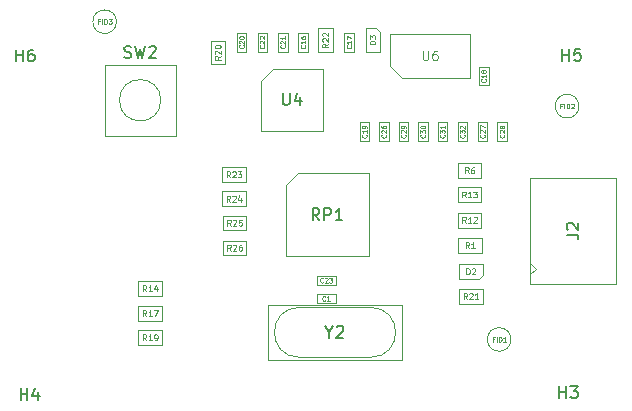
<source format=gbr>
%TF.GenerationSoftware,KiCad,Pcbnew,8.0.2*%
%TF.CreationDate,2025-07-17T16:33:11+07:00*%
%TF.ProjectId,PicoLink,5069636f-4c69-46e6-9b2e-6b696361645f,rev?*%
%TF.SameCoordinates,Original*%
%TF.FileFunction,AssemblyDrawing,Top*%
%FSLAX46Y46*%
G04 Gerber Fmt 4.6, Leading zero omitted, Abs format (unit mm)*
G04 Created by KiCad (PCBNEW 8.0.2) date 2025-07-17 16:33:11*
%MOMM*%
%LPD*%
G01*
G04 APERTURE LIST*
%ADD10C,0.060000*%
%ADD11C,0.080000*%
%ADD12C,0.150000*%
%ADD13C,0.120000*%
%ADD14C,0.100000*%
G04 APERTURE END LIST*
D10*
X155342857Y-98343832D02*
X155323809Y-98362880D01*
X155323809Y-98362880D02*
X155266667Y-98381927D01*
X155266667Y-98381927D02*
X155228571Y-98381927D01*
X155228571Y-98381927D02*
X155171428Y-98362880D01*
X155171428Y-98362880D02*
X155133333Y-98324784D01*
X155133333Y-98324784D02*
X155114286Y-98286689D01*
X155114286Y-98286689D02*
X155095238Y-98210499D01*
X155095238Y-98210499D02*
X155095238Y-98153356D01*
X155095238Y-98153356D02*
X155114286Y-98077165D01*
X155114286Y-98077165D02*
X155133333Y-98039070D01*
X155133333Y-98039070D02*
X155171428Y-98000975D01*
X155171428Y-98000975D02*
X155228571Y-97981927D01*
X155228571Y-97981927D02*
X155266667Y-97981927D01*
X155266667Y-97981927D02*
X155323809Y-98000975D01*
X155323809Y-98000975D02*
X155342857Y-98020022D01*
X155495238Y-98020022D02*
X155514286Y-98000975D01*
X155514286Y-98000975D02*
X155552381Y-97981927D01*
X155552381Y-97981927D02*
X155647619Y-97981927D01*
X155647619Y-97981927D02*
X155685714Y-98000975D01*
X155685714Y-98000975D02*
X155704762Y-98020022D01*
X155704762Y-98020022D02*
X155723809Y-98058118D01*
X155723809Y-98058118D02*
X155723809Y-98096213D01*
X155723809Y-98096213D02*
X155704762Y-98153356D01*
X155704762Y-98153356D02*
X155476190Y-98381927D01*
X155476190Y-98381927D02*
X155723809Y-98381927D01*
X155857142Y-97981927D02*
X156104761Y-97981927D01*
X156104761Y-97981927D02*
X155971428Y-98134308D01*
X155971428Y-98134308D02*
X156028571Y-98134308D01*
X156028571Y-98134308D02*
X156066666Y-98153356D01*
X156066666Y-98153356D02*
X156085714Y-98172403D01*
X156085714Y-98172403D02*
X156104761Y-98210499D01*
X156104761Y-98210499D02*
X156104761Y-98305737D01*
X156104761Y-98305737D02*
X156085714Y-98343832D01*
X156085714Y-98343832D02*
X156066666Y-98362880D01*
X156066666Y-98362880D02*
X156028571Y-98381927D01*
X156028571Y-98381927D02*
X155914285Y-98381927D01*
X155914285Y-98381927D02*
X155876190Y-98362880D01*
X155876190Y-98362880D02*
X155857142Y-98343832D01*
D11*
X159777149Y-78219047D02*
X159277149Y-78219047D01*
X159277149Y-78219047D02*
X159277149Y-78099999D01*
X159277149Y-78099999D02*
X159300959Y-78028571D01*
X159300959Y-78028571D02*
X159348578Y-77980952D01*
X159348578Y-77980952D02*
X159396197Y-77957142D01*
X159396197Y-77957142D02*
X159491435Y-77933333D01*
X159491435Y-77933333D02*
X159562863Y-77933333D01*
X159562863Y-77933333D02*
X159658101Y-77957142D01*
X159658101Y-77957142D02*
X159705720Y-77980952D01*
X159705720Y-77980952D02*
X159753340Y-78028571D01*
X159753340Y-78028571D02*
X159777149Y-78099999D01*
X159777149Y-78099999D02*
X159777149Y-78219047D01*
X159277149Y-77766666D02*
X159277149Y-77457142D01*
X159277149Y-77457142D02*
X159467625Y-77623809D01*
X159467625Y-77623809D02*
X159467625Y-77552380D01*
X159467625Y-77552380D02*
X159491435Y-77504761D01*
X159491435Y-77504761D02*
X159515244Y-77480952D01*
X159515244Y-77480952D02*
X159562863Y-77457142D01*
X159562863Y-77457142D02*
X159681911Y-77457142D01*
X159681911Y-77457142D02*
X159729530Y-77480952D01*
X159729530Y-77480952D02*
X159753340Y-77504761D01*
X159753340Y-77504761D02*
X159777149Y-77552380D01*
X159777149Y-77552380D02*
X159777149Y-77695237D01*
X159777149Y-77695237D02*
X159753340Y-77742856D01*
X159753340Y-77742856D02*
X159729530Y-77766666D01*
D10*
X169093832Y-81157142D02*
X169112880Y-81176190D01*
X169112880Y-81176190D02*
X169131927Y-81233332D01*
X169131927Y-81233332D02*
X169131927Y-81271428D01*
X169131927Y-81271428D02*
X169112880Y-81328571D01*
X169112880Y-81328571D02*
X169074784Y-81366666D01*
X169074784Y-81366666D02*
X169036689Y-81385713D01*
X169036689Y-81385713D02*
X168960499Y-81404761D01*
X168960499Y-81404761D02*
X168903356Y-81404761D01*
X168903356Y-81404761D02*
X168827165Y-81385713D01*
X168827165Y-81385713D02*
X168789070Y-81366666D01*
X168789070Y-81366666D02*
X168750975Y-81328571D01*
X168750975Y-81328571D02*
X168731927Y-81271428D01*
X168731927Y-81271428D02*
X168731927Y-81233332D01*
X168731927Y-81233332D02*
X168750975Y-81176190D01*
X168750975Y-81176190D02*
X168770022Y-81157142D01*
X169131927Y-80776190D02*
X169131927Y-81004761D01*
X169131927Y-80890475D02*
X168731927Y-80890475D01*
X168731927Y-80890475D02*
X168789070Y-80928571D01*
X168789070Y-80928571D02*
X168827165Y-80966666D01*
X168827165Y-80966666D02*
X168846213Y-81004761D01*
X168903356Y-80547619D02*
X168884308Y-80585714D01*
X168884308Y-80585714D02*
X168865260Y-80604761D01*
X168865260Y-80604761D02*
X168827165Y-80623809D01*
X168827165Y-80623809D02*
X168808118Y-80623809D01*
X168808118Y-80623809D02*
X168770022Y-80604761D01*
X168770022Y-80604761D02*
X168750975Y-80585714D01*
X168750975Y-80585714D02*
X168731927Y-80547619D01*
X168731927Y-80547619D02*
X168731927Y-80471428D01*
X168731927Y-80471428D02*
X168750975Y-80433333D01*
X168750975Y-80433333D02*
X168770022Y-80414285D01*
X168770022Y-80414285D02*
X168808118Y-80395238D01*
X168808118Y-80395238D02*
X168827165Y-80395238D01*
X168827165Y-80395238D02*
X168865260Y-80414285D01*
X168865260Y-80414285D02*
X168884308Y-80433333D01*
X168884308Y-80433333D02*
X168903356Y-80471428D01*
X168903356Y-80471428D02*
X168903356Y-80547619D01*
X168903356Y-80547619D02*
X168922403Y-80585714D01*
X168922403Y-80585714D02*
X168941451Y-80604761D01*
X168941451Y-80604761D02*
X168979546Y-80623809D01*
X168979546Y-80623809D02*
X169055737Y-80623809D01*
X169055737Y-80623809D02*
X169093832Y-80604761D01*
X169093832Y-80604761D02*
X169112880Y-80585714D01*
X169112880Y-80585714D02*
X169131927Y-80547619D01*
X169131927Y-80547619D02*
X169131927Y-80471428D01*
X169131927Y-80471428D02*
X169112880Y-80433333D01*
X169112880Y-80433333D02*
X169093832Y-80414285D01*
X169093832Y-80414285D02*
X169055737Y-80395238D01*
X169055737Y-80395238D02*
X168979546Y-80395238D01*
X168979546Y-80395238D02*
X168941451Y-80414285D01*
X168941451Y-80414285D02*
X168922403Y-80433333D01*
X168922403Y-80433333D02*
X168903356Y-80471428D01*
D11*
X147478571Y-89477149D02*
X147311905Y-89239054D01*
X147192857Y-89477149D02*
X147192857Y-88977149D01*
X147192857Y-88977149D02*
X147383333Y-88977149D01*
X147383333Y-88977149D02*
X147430952Y-89000959D01*
X147430952Y-89000959D02*
X147454762Y-89024768D01*
X147454762Y-89024768D02*
X147478571Y-89072387D01*
X147478571Y-89072387D02*
X147478571Y-89143816D01*
X147478571Y-89143816D02*
X147454762Y-89191435D01*
X147454762Y-89191435D02*
X147430952Y-89215244D01*
X147430952Y-89215244D02*
X147383333Y-89239054D01*
X147383333Y-89239054D02*
X147192857Y-89239054D01*
X147669048Y-89024768D02*
X147692857Y-89000959D01*
X147692857Y-89000959D02*
X147740476Y-88977149D01*
X147740476Y-88977149D02*
X147859524Y-88977149D01*
X147859524Y-88977149D02*
X147907143Y-89000959D01*
X147907143Y-89000959D02*
X147930952Y-89024768D01*
X147930952Y-89024768D02*
X147954762Y-89072387D01*
X147954762Y-89072387D02*
X147954762Y-89120006D01*
X147954762Y-89120006D02*
X147930952Y-89191435D01*
X147930952Y-89191435D02*
X147645238Y-89477149D01*
X147645238Y-89477149D02*
X147954762Y-89477149D01*
X148121428Y-88977149D02*
X148430952Y-88977149D01*
X148430952Y-88977149D02*
X148264285Y-89167625D01*
X148264285Y-89167625D02*
X148335714Y-89167625D01*
X148335714Y-89167625D02*
X148383333Y-89191435D01*
X148383333Y-89191435D02*
X148407142Y-89215244D01*
X148407142Y-89215244D02*
X148430952Y-89262863D01*
X148430952Y-89262863D02*
X148430952Y-89381911D01*
X148430952Y-89381911D02*
X148407142Y-89429530D01*
X148407142Y-89429530D02*
X148383333Y-89453340D01*
X148383333Y-89453340D02*
X148335714Y-89477149D01*
X148335714Y-89477149D02*
X148192857Y-89477149D01*
X148192857Y-89477149D02*
X148145238Y-89453340D01*
X148145238Y-89453340D02*
X148121428Y-89429530D01*
X147528571Y-93577149D02*
X147361905Y-93339054D01*
X147242857Y-93577149D02*
X147242857Y-93077149D01*
X147242857Y-93077149D02*
X147433333Y-93077149D01*
X147433333Y-93077149D02*
X147480952Y-93100959D01*
X147480952Y-93100959D02*
X147504762Y-93124768D01*
X147504762Y-93124768D02*
X147528571Y-93172387D01*
X147528571Y-93172387D02*
X147528571Y-93243816D01*
X147528571Y-93243816D02*
X147504762Y-93291435D01*
X147504762Y-93291435D02*
X147480952Y-93315244D01*
X147480952Y-93315244D02*
X147433333Y-93339054D01*
X147433333Y-93339054D02*
X147242857Y-93339054D01*
X147719048Y-93124768D02*
X147742857Y-93100959D01*
X147742857Y-93100959D02*
X147790476Y-93077149D01*
X147790476Y-93077149D02*
X147909524Y-93077149D01*
X147909524Y-93077149D02*
X147957143Y-93100959D01*
X147957143Y-93100959D02*
X147980952Y-93124768D01*
X147980952Y-93124768D02*
X148004762Y-93172387D01*
X148004762Y-93172387D02*
X148004762Y-93220006D01*
X148004762Y-93220006D02*
X147980952Y-93291435D01*
X147980952Y-93291435D02*
X147695238Y-93577149D01*
X147695238Y-93577149D02*
X148004762Y-93577149D01*
X148457142Y-93077149D02*
X148219047Y-93077149D01*
X148219047Y-93077149D02*
X148195238Y-93315244D01*
X148195238Y-93315244D02*
X148219047Y-93291435D01*
X148219047Y-93291435D02*
X148266666Y-93267625D01*
X148266666Y-93267625D02*
X148385714Y-93267625D01*
X148385714Y-93267625D02*
X148433333Y-93291435D01*
X148433333Y-93291435D02*
X148457142Y-93315244D01*
X148457142Y-93315244D02*
X148480952Y-93362863D01*
X148480952Y-93362863D02*
X148480952Y-93481911D01*
X148480952Y-93481911D02*
X148457142Y-93529530D01*
X148457142Y-93529530D02*
X148433333Y-93553340D01*
X148433333Y-93553340D02*
X148385714Y-93577149D01*
X148385714Y-93577149D02*
X148266666Y-93577149D01*
X148266666Y-93577149D02*
X148219047Y-93553340D01*
X148219047Y-93553340D02*
X148195238Y-93529530D01*
D12*
X155873809Y-102578628D02*
X155873809Y-103054819D01*
X155540476Y-102054819D02*
X155873809Y-102578628D01*
X155873809Y-102578628D02*
X156207142Y-102054819D01*
X156492857Y-102150057D02*
X156540476Y-102102438D01*
X156540476Y-102102438D02*
X156635714Y-102054819D01*
X156635714Y-102054819D02*
X156873809Y-102054819D01*
X156873809Y-102054819D02*
X156969047Y-102102438D01*
X156969047Y-102102438D02*
X157016666Y-102150057D01*
X157016666Y-102150057D02*
X157064285Y-102245295D01*
X157064285Y-102245295D02*
X157064285Y-102340533D01*
X157064285Y-102340533D02*
X157016666Y-102483390D01*
X157016666Y-102483390D02*
X156445238Y-103054819D01*
X156445238Y-103054819D02*
X157064285Y-103054819D01*
D11*
X167480952Y-97677149D02*
X167480952Y-97177149D01*
X167480952Y-97177149D02*
X167600000Y-97177149D01*
X167600000Y-97177149D02*
X167671428Y-97200959D01*
X167671428Y-97200959D02*
X167719047Y-97248578D01*
X167719047Y-97248578D02*
X167742857Y-97296197D01*
X167742857Y-97296197D02*
X167766666Y-97391435D01*
X167766666Y-97391435D02*
X167766666Y-97462863D01*
X167766666Y-97462863D02*
X167742857Y-97558101D01*
X167742857Y-97558101D02*
X167719047Y-97605720D01*
X167719047Y-97605720D02*
X167671428Y-97653340D01*
X167671428Y-97653340D02*
X167600000Y-97677149D01*
X167600000Y-97677149D02*
X167480952Y-97677149D01*
X167957143Y-97224768D02*
X167980952Y-97200959D01*
X167980952Y-97200959D02*
X168028571Y-97177149D01*
X168028571Y-97177149D02*
X168147619Y-97177149D01*
X168147619Y-97177149D02*
X168195238Y-97200959D01*
X168195238Y-97200959D02*
X168219047Y-97224768D01*
X168219047Y-97224768D02*
X168242857Y-97272387D01*
X168242857Y-97272387D02*
X168242857Y-97320006D01*
X168242857Y-97320006D02*
X168219047Y-97391435D01*
X168219047Y-97391435D02*
X167933333Y-97677149D01*
X167933333Y-97677149D02*
X168242857Y-97677149D01*
D10*
X167293832Y-85857142D02*
X167312880Y-85876190D01*
X167312880Y-85876190D02*
X167331927Y-85933332D01*
X167331927Y-85933332D02*
X167331927Y-85971428D01*
X167331927Y-85971428D02*
X167312880Y-86028571D01*
X167312880Y-86028571D02*
X167274784Y-86066666D01*
X167274784Y-86066666D02*
X167236689Y-86085713D01*
X167236689Y-86085713D02*
X167160499Y-86104761D01*
X167160499Y-86104761D02*
X167103356Y-86104761D01*
X167103356Y-86104761D02*
X167027165Y-86085713D01*
X167027165Y-86085713D02*
X166989070Y-86066666D01*
X166989070Y-86066666D02*
X166950975Y-86028571D01*
X166950975Y-86028571D02*
X166931927Y-85971428D01*
X166931927Y-85971428D02*
X166931927Y-85933332D01*
X166931927Y-85933332D02*
X166950975Y-85876190D01*
X166950975Y-85876190D02*
X166970022Y-85857142D01*
X166931927Y-85723809D02*
X166931927Y-85476190D01*
X166931927Y-85476190D02*
X167084308Y-85609523D01*
X167084308Y-85609523D02*
X167084308Y-85552380D01*
X167084308Y-85552380D02*
X167103356Y-85514285D01*
X167103356Y-85514285D02*
X167122403Y-85495237D01*
X167122403Y-85495237D02*
X167160499Y-85476190D01*
X167160499Y-85476190D02*
X167255737Y-85476190D01*
X167255737Y-85476190D02*
X167293832Y-85495237D01*
X167293832Y-85495237D02*
X167312880Y-85514285D01*
X167312880Y-85514285D02*
X167331927Y-85552380D01*
X167331927Y-85552380D02*
X167331927Y-85666666D01*
X167331927Y-85666666D02*
X167312880Y-85704761D01*
X167312880Y-85704761D02*
X167293832Y-85723809D01*
X166970022Y-85323809D02*
X166950975Y-85304761D01*
X166950975Y-85304761D02*
X166931927Y-85266666D01*
X166931927Y-85266666D02*
X166931927Y-85171428D01*
X166931927Y-85171428D02*
X166950975Y-85133333D01*
X166950975Y-85133333D02*
X166970022Y-85114285D01*
X166970022Y-85114285D02*
X167008118Y-85095238D01*
X167008118Y-85095238D02*
X167046213Y-85095238D01*
X167046213Y-85095238D02*
X167103356Y-85114285D01*
X167103356Y-85114285D02*
X167331927Y-85342857D01*
X167331927Y-85342857D02*
X167331927Y-85095238D01*
X152093832Y-78294642D02*
X152112880Y-78313690D01*
X152112880Y-78313690D02*
X152131927Y-78370832D01*
X152131927Y-78370832D02*
X152131927Y-78408928D01*
X152131927Y-78408928D02*
X152112880Y-78466071D01*
X152112880Y-78466071D02*
X152074784Y-78504166D01*
X152074784Y-78504166D02*
X152036689Y-78523213D01*
X152036689Y-78523213D02*
X151960499Y-78542261D01*
X151960499Y-78542261D02*
X151903356Y-78542261D01*
X151903356Y-78542261D02*
X151827165Y-78523213D01*
X151827165Y-78523213D02*
X151789070Y-78504166D01*
X151789070Y-78504166D02*
X151750975Y-78466071D01*
X151750975Y-78466071D02*
X151731927Y-78408928D01*
X151731927Y-78408928D02*
X151731927Y-78370832D01*
X151731927Y-78370832D02*
X151750975Y-78313690D01*
X151750975Y-78313690D02*
X151770022Y-78294642D01*
X151770022Y-78142261D02*
X151750975Y-78123213D01*
X151750975Y-78123213D02*
X151731927Y-78085118D01*
X151731927Y-78085118D02*
X151731927Y-77989880D01*
X151731927Y-77989880D02*
X151750975Y-77951785D01*
X151750975Y-77951785D02*
X151770022Y-77932737D01*
X151770022Y-77932737D02*
X151808118Y-77913690D01*
X151808118Y-77913690D02*
X151846213Y-77913690D01*
X151846213Y-77913690D02*
X151903356Y-77932737D01*
X151903356Y-77932737D02*
X152131927Y-78161309D01*
X152131927Y-78161309D02*
X152131927Y-77913690D01*
X152131927Y-77532738D02*
X152131927Y-77761309D01*
X152131927Y-77647023D02*
X151731927Y-77647023D01*
X151731927Y-77647023D02*
X151789070Y-77685119D01*
X151789070Y-77685119D02*
X151827165Y-77723214D01*
X151827165Y-77723214D02*
X151846213Y-77761309D01*
X157693832Y-78307142D02*
X157712880Y-78326190D01*
X157712880Y-78326190D02*
X157731927Y-78383332D01*
X157731927Y-78383332D02*
X157731927Y-78421428D01*
X157731927Y-78421428D02*
X157712880Y-78478571D01*
X157712880Y-78478571D02*
X157674784Y-78516666D01*
X157674784Y-78516666D02*
X157636689Y-78535713D01*
X157636689Y-78535713D02*
X157560499Y-78554761D01*
X157560499Y-78554761D02*
X157503356Y-78554761D01*
X157503356Y-78554761D02*
X157427165Y-78535713D01*
X157427165Y-78535713D02*
X157389070Y-78516666D01*
X157389070Y-78516666D02*
X157350975Y-78478571D01*
X157350975Y-78478571D02*
X157331927Y-78421428D01*
X157331927Y-78421428D02*
X157331927Y-78383332D01*
X157331927Y-78383332D02*
X157350975Y-78326190D01*
X157350975Y-78326190D02*
X157370022Y-78307142D01*
X157731927Y-77926190D02*
X157731927Y-78154761D01*
X157731927Y-78040475D02*
X157331927Y-78040475D01*
X157331927Y-78040475D02*
X157389070Y-78078571D01*
X157389070Y-78078571D02*
X157427165Y-78116666D01*
X157427165Y-78116666D02*
X157446213Y-78154761D01*
X157331927Y-77792857D02*
X157331927Y-77526190D01*
X157331927Y-77526190D02*
X157731927Y-77697619D01*
D12*
X138516672Y-79307200D02*
X138659529Y-79354819D01*
X138659529Y-79354819D02*
X138897624Y-79354819D01*
X138897624Y-79354819D02*
X138992862Y-79307200D01*
X138992862Y-79307200D02*
X139040481Y-79259580D01*
X139040481Y-79259580D02*
X139088100Y-79164342D01*
X139088100Y-79164342D02*
X139088100Y-79069104D01*
X139088100Y-79069104D02*
X139040481Y-78973866D01*
X139040481Y-78973866D02*
X138992862Y-78926247D01*
X138992862Y-78926247D02*
X138897624Y-78878628D01*
X138897624Y-78878628D02*
X138707148Y-78831009D01*
X138707148Y-78831009D02*
X138611910Y-78783390D01*
X138611910Y-78783390D02*
X138564291Y-78735771D01*
X138564291Y-78735771D02*
X138516672Y-78640533D01*
X138516672Y-78640533D02*
X138516672Y-78545295D01*
X138516672Y-78545295D02*
X138564291Y-78450057D01*
X138564291Y-78450057D02*
X138611910Y-78402438D01*
X138611910Y-78402438D02*
X138707148Y-78354819D01*
X138707148Y-78354819D02*
X138945243Y-78354819D01*
X138945243Y-78354819D02*
X139088100Y-78402438D01*
X139421434Y-78354819D02*
X139659529Y-79354819D01*
X139659529Y-79354819D02*
X139850005Y-78640533D01*
X139850005Y-78640533D02*
X140040481Y-79354819D01*
X140040481Y-79354819D02*
X140278577Y-78354819D01*
X140611910Y-78450057D02*
X140659529Y-78402438D01*
X140659529Y-78402438D02*
X140754767Y-78354819D01*
X140754767Y-78354819D02*
X140992862Y-78354819D01*
X140992862Y-78354819D02*
X141088100Y-78402438D01*
X141088100Y-78402438D02*
X141135719Y-78450057D01*
X141135719Y-78450057D02*
X141183338Y-78545295D01*
X141183338Y-78545295D02*
X141183338Y-78640533D01*
X141183338Y-78640533D02*
X141135719Y-78783390D01*
X141135719Y-78783390D02*
X140564291Y-79354819D01*
X140564291Y-79354819D02*
X141183338Y-79354819D01*
D10*
X170643832Y-85857142D02*
X170662880Y-85876190D01*
X170662880Y-85876190D02*
X170681927Y-85933332D01*
X170681927Y-85933332D02*
X170681927Y-85971428D01*
X170681927Y-85971428D02*
X170662880Y-86028571D01*
X170662880Y-86028571D02*
X170624784Y-86066666D01*
X170624784Y-86066666D02*
X170586689Y-86085713D01*
X170586689Y-86085713D02*
X170510499Y-86104761D01*
X170510499Y-86104761D02*
X170453356Y-86104761D01*
X170453356Y-86104761D02*
X170377165Y-86085713D01*
X170377165Y-86085713D02*
X170339070Y-86066666D01*
X170339070Y-86066666D02*
X170300975Y-86028571D01*
X170300975Y-86028571D02*
X170281927Y-85971428D01*
X170281927Y-85971428D02*
X170281927Y-85933332D01*
X170281927Y-85933332D02*
X170300975Y-85876190D01*
X170300975Y-85876190D02*
X170320022Y-85857142D01*
X170320022Y-85704761D02*
X170300975Y-85685713D01*
X170300975Y-85685713D02*
X170281927Y-85647618D01*
X170281927Y-85647618D02*
X170281927Y-85552380D01*
X170281927Y-85552380D02*
X170300975Y-85514285D01*
X170300975Y-85514285D02*
X170320022Y-85495237D01*
X170320022Y-85495237D02*
X170358118Y-85476190D01*
X170358118Y-85476190D02*
X170396213Y-85476190D01*
X170396213Y-85476190D02*
X170453356Y-85495237D01*
X170453356Y-85495237D02*
X170681927Y-85723809D01*
X170681927Y-85723809D02*
X170681927Y-85476190D01*
X170453356Y-85247619D02*
X170434308Y-85285714D01*
X170434308Y-85285714D02*
X170415260Y-85304761D01*
X170415260Y-85304761D02*
X170377165Y-85323809D01*
X170377165Y-85323809D02*
X170358118Y-85323809D01*
X170358118Y-85323809D02*
X170320022Y-85304761D01*
X170320022Y-85304761D02*
X170300975Y-85285714D01*
X170300975Y-85285714D02*
X170281927Y-85247619D01*
X170281927Y-85247619D02*
X170281927Y-85171428D01*
X170281927Y-85171428D02*
X170300975Y-85133333D01*
X170300975Y-85133333D02*
X170320022Y-85114285D01*
X170320022Y-85114285D02*
X170358118Y-85095238D01*
X170358118Y-85095238D02*
X170377165Y-85095238D01*
X170377165Y-85095238D02*
X170415260Y-85114285D01*
X170415260Y-85114285D02*
X170434308Y-85133333D01*
X170434308Y-85133333D02*
X170453356Y-85171428D01*
X170453356Y-85171428D02*
X170453356Y-85247619D01*
X170453356Y-85247619D02*
X170472403Y-85285714D01*
X170472403Y-85285714D02*
X170491451Y-85304761D01*
X170491451Y-85304761D02*
X170529546Y-85323809D01*
X170529546Y-85323809D02*
X170605737Y-85323809D01*
X170605737Y-85323809D02*
X170643832Y-85304761D01*
X170643832Y-85304761D02*
X170662880Y-85285714D01*
X170662880Y-85285714D02*
X170681927Y-85247619D01*
X170681927Y-85247619D02*
X170681927Y-85171428D01*
X170681927Y-85171428D02*
X170662880Y-85133333D01*
X170662880Y-85133333D02*
X170643832Y-85114285D01*
X170643832Y-85114285D02*
X170605737Y-85095238D01*
X170605737Y-85095238D02*
X170529546Y-85095238D01*
X170529546Y-85095238D02*
X170491451Y-85114285D01*
X170491451Y-85114285D02*
X170472403Y-85133333D01*
X170472403Y-85133333D02*
X170453356Y-85171428D01*
X155533333Y-99893832D02*
X155514285Y-99912880D01*
X155514285Y-99912880D02*
X155457143Y-99931927D01*
X155457143Y-99931927D02*
X155419047Y-99931927D01*
X155419047Y-99931927D02*
X155361904Y-99912880D01*
X155361904Y-99912880D02*
X155323809Y-99874784D01*
X155323809Y-99874784D02*
X155304762Y-99836689D01*
X155304762Y-99836689D02*
X155285714Y-99760499D01*
X155285714Y-99760499D02*
X155285714Y-99703356D01*
X155285714Y-99703356D02*
X155304762Y-99627165D01*
X155304762Y-99627165D02*
X155323809Y-99589070D01*
X155323809Y-99589070D02*
X155361904Y-99550975D01*
X155361904Y-99550975D02*
X155419047Y-99531927D01*
X155419047Y-99531927D02*
X155457143Y-99531927D01*
X155457143Y-99531927D02*
X155514285Y-99550975D01*
X155514285Y-99550975D02*
X155533333Y-99570022D01*
X155914285Y-99931927D02*
X155685714Y-99931927D01*
X155800000Y-99931927D02*
X155800000Y-99531927D01*
X155800000Y-99531927D02*
X155761904Y-99589070D01*
X155761904Y-99589070D02*
X155723809Y-99627165D01*
X155723809Y-99627165D02*
X155685714Y-99646213D01*
D11*
X167716663Y-95477147D02*
X167549997Y-95239052D01*
X167430949Y-95477147D02*
X167430949Y-94977147D01*
X167430949Y-94977147D02*
X167621425Y-94977147D01*
X167621425Y-94977147D02*
X167669044Y-95000957D01*
X167669044Y-95000957D02*
X167692854Y-95024766D01*
X167692854Y-95024766D02*
X167716663Y-95072385D01*
X167716663Y-95072385D02*
X167716663Y-95143814D01*
X167716663Y-95143814D02*
X167692854Y-95191433D01*
X167692854Y-95191433D02*
X167669044Y-95215242D01*
X167669044Y-95215242D02*
X167621425Y-95239052D01*
X167621425Y-95239052D02*
X167430949Y-95239052D01*
X168192854Y-95477147D02*
X167907140Y-95477147D01*
X168049997Y-95477147D02*
X168049997Y-94977147D01*
X168049997Y-94977147D02*
X168002378Y-95048576D01*
X168002378Y-95048576D02*
X167954759Y-95096195D01*
X167954759Y-95096195D02*
X167907140Y-95120004D01*
D12*
X151938095Y-82354819D02*
X151938095Y-83164342D01*
X151938095Y-83164342D02*
X151985714Y-83259580D01*
X151985714Y-83259580D02*
X152033333Y-83307200D01*
X152033333Y-83307200D02*
X152128571Y-83354819D01*
X152128571Y-83354819D02*
X152319047Y-83354819D01*
X152319047Y-83354819D02*
X152414285Y-83307200D01*
X152414285Y-83307200D02*
X152461904Y-83259580D01*
X152461904Y-83259580D02*
X152509523Y-83164342D01*
X152509523Y-83164342D02*
X152509523Y-82354819D01*
X153414285Y-82688152D02*
X153414285Y-83354819D01*
X153176190Y-82307200D02*
X152938095Y-83021485D01*
X152938095Y-83021485D02*
X153557142Y-83021485D01*
D13*
X163790476Y-78763855D02*
X163790476Y-79411474D01*
X163790476Y-79411474D02*
X163828571Y-79487664D01*
X163828571Y-79487664D02*
X163866666Y-79525760D01*
X163866666Y-79525760D02*
X163942857Y-79563855D01*
X163942857Y-79563855D02*
X164095238Y-79563855D01*
X164095238Y-79563855D02*
X164171428Y-79525760D01*
X164171428Y-79525760D02*
X164209523Y-79487664D01*
X164209523Y-79487664D02*
X164247619Y-79411474D01*
X164247619Y-79411474D02*
X164247619Y-78763855D01*
X164971428Y-78763855D02*
X164819047Y-78763855D01*
X164819047Y-78763855D02*
X164742856Y-78801950D01*
X164742856Y-78801950D02*
X164704761Y-78840045D01*
X164704761Y-78840045D02*
X164628571Y-78954331D01*
X164628571Y-78954331D02*
X164590475Y-79106712D01*
X164590475Y-79106712D02*
X164590475Y-79411474D01*
X164590475Y-79411474D02*
X164628571Y-79487664D01*
X164628571Y-79487664D02*
X164666666Y-79525760D01*
X164666666Y-79525760D02*
X164742856Y-79563855D01*
X164742856Y-79563855D02*
X164895237Y-79563855D01*
X164895237Y-79563855D02*
X164971428Y-79525760D01*
X164971428Y-79525760D02*
X165009523Y-79487664D01*
X165009523Y-79487664D02*
X165047618Y-79411474D01*
X165047618Y-79411474D02*
X165047618Y-79220998D01*
X165047618Y-79220998D02*
X165009523Y-79144807D01*
X165009523Y-79144807D02*
X164971428Y-79106712D01*
X164971428Y-79106712D02*
X164895237Y-79068617D01*
X164895237Y-79068617D02*
X164742856Y-79068617D01*
X164742856Y-79068617D02*
X164666666Y-79106712D01*
X164666666Y-79106712D02*
X164628571Y-79144807D01*
X164628571Y-79144807D02*
X164590475Y-79220998D01*
D10*
X153793833Y-78294643D02*
X153812881Y-78313691D01*
X153812881Y-78313691D02*
X153831928Y-78370833D01*
X153831928Y-78370833D02*
X153831928Y-78408929D01*
X153831928Y-78408929D02*
X153812881Y-78466072D01*
X153812881Y-78466072D02*
X153774785Y-78504167D01*
X153774785Y-78504167D02*
X153736690Y-78523214D01*
X153736690Y-78523214D02*
X153660500Y-78542262D01*
X153660500Y-78542262D02*
X153603357Y-78542262D01*
X153603357Y-78542262D02*
X153527166Y-78523214D01*
X153527166Y-78523214D02*
X153489071Y-78504167D01*
X153489071Y-78504167D02*
X153450976Y-78466072D01*
X153450976Y-78466072D02*
X153431928Y-78408929D01*
X153431928Y-78408929D02*
X153431928Y-78370833D01*
X153431928Y-78370833D02*
X153450976Y-78313691D01*
X153450976Y-78313691D02*
X153470023Y-78294643D01*
X153831928Y-77913691D02*
X153831928Y-78142262D01*
X153831928Y-78027976D02*
X153431928Y-78027976D01*
X153431928Y-78027976D02*
X153489071Y-78066072D01*
X153489071Y-78066072D02*
X153527166Y-78104167D01*
X153527166Y-78104167D02*
X153546214Y-78142262D01*
X153431928Y-77570834D02*
X153431928Y-77647024D01*
X153431928Y-77647024D02*
X153450976Y-77685120D01*
X153450976Y-77685120D02*
X153470023Y-77704167D01*
X153470023Y-77704167D02*
X153527166Y-77742262D01*
X153527166Y-77742262D02*
X153603357Y-77761310D01*
X153603357Y-77761310D02*
X153755738Y-77761310D01*
X153755738Y-77761310D02*
X153793833Y-77742262D01*
X153793833Y-77742262D02*
X153812881Y-77723215D01*
X153812881Y-77723215D02*
X153831928Y-77685120D01*
X153831928Y-77685120D02*
X153831928Y-77608929D01*
X153831928Y-77608929D02*
X153812881Y-77570834D01*
X153812881Y-77570834D02*
X153793833Y-77551786D01*
X153793833Y-77551786D02*
X153755738Y-77532739D01*
X153755738Y-77532739D02*
X153660500Y-77532739D01*
X153660500Y-77532739D02*
X153622404Y-77551786D01*
X153622404Y-77551786D02*
X153603357Y-77570834D01*
X153603357Y-77570834D02*
X153584309Y-77608929D01*
X153584309Y-77608929D02*
X153584309Y-77685120D01*
X153584309Y-77685120D02*
X153603357Y-77723215D01*
X153603357Y-77723215D02*
X153622404Y-77742262D01*
X153622404Y-77742262D02*
X153660500Y-77761310D01*
D11*
X140378571Y-101227149D02*
X140211905Y-100989054D01*
X140092857Y-101227149D02*
X140092857Y-100727149D01*
X140092857Y-100727149D02*
X140283333Y-100727149D01*
X140283333Y-100727149D02*
X140330952Y-100750959D01*
X140330952Y-100750959D02*
X140354762Y-100774768D01*
X140354762Y-100774768D02*
X140378571Y-100822387D01*
X140378571Y-100822387D02*
X140378571Y-100893816D01*
X140378571Y-100893816D02*
X140354762Y-100941435D01*
X140354762Y-100941435D02*
X140330952Y-100965244D01*
X140330952Y-100965244D02*
X140283333Y-100989054D01*
X140283333Y-100989054D02*
X140092857Y-100989054D01*
X140854762Y-101227149D02*
X140569048Y-101227149D01*
X140711905Y-101227149D02*
X140711905Y-100727149D01*
X140711905Y-100727149D02*
X140664286Y-100798578D01*
X140664286Y-100798578D02*
X140616667Y-100846197D01*
X140616667Y-100846197D02*
X140569048Y-100870006D01*
X141021428Y-100727149D02*
X141354761Y-100727149D01*
X141354761Y-100727149D02*
X141140476Y-101227149D01*
D10*
X168993832Y-85857142D02*
X169012880Y-85876190D01*
X169012880Y-85876190D02*
X169031927Y-85933332D01*
X169031927Y-85933332D02*
X169031927Y-85971428D01*
X169031927Y-85971428D02*
X169012880Y-86028571D01*
X169012880Y-86028571D02*
X168974784Y-86066666D01*
X168974784Y-86066666D02*
X168936689Y-86085713D01*
X168936689Y-86085713D02*
X168860499Y-86104761D01*
X168860499Y-86104761D02*
X168803356Y-86104761D01*
X168803356Y-86104761D02*
X168727165Y-86085713D01*
X168727165Y-86085713D02*
X168689070Y-86066666D01*
X168689070Y-86066666D02*
X168650975Y-86028571D01*
X168650975Y-86028571D02*
X168631927Y-85971428D01*
X168631927Y-85971428D02*
X168631927Y-85933332D01*
X168631927Y-85933332D02*
X168650975Y-85876190D01*
X168650975Y-85876190D02*
X168670022Y-85857142D01*
X168670022Y-85704761D02*
X168650975Y-85685713D01*
X168650975Y-85685713D02*
X168631927Y-85647618D01*
X168631927Y-85647618D02*
X168631927Y-85552380D01*
X168631927Y-85552380D02*
X168650975Y-85514285D01*
X168650975Y-85514285D02*
X168670022Y-85495237D01*
X168670022Y-85495237D02*
X168708118Y-85476190D01*
X168708118Y-85476190D02*
X168746213Y-85476190D01*
X168746213Y-85476190D02*
X168803356Y-85495237D01*
X168803356Y-85495237D02*
X169031927Y-85723809D01*
X169031927Y-85723809D02*
X169031927Y-85476190D01*
X168631927Y-85342857D02*
X168631927Y-85076190D01*
X168631927Y-85076190D02*
X169031927Y-85247619D01*
D11*
X155777149Y-78171428D02*
X155539054Y-78338094D01*
X155777149Y-78457142D02*
X155277149Y-78457142D01*
X155277149Y-78457142D02*
X155277149Y-78266666D01*
X155277149Y-78266666D02*
X155300959Y-78219047D01*
X155300959Y-78219047D02*
X155324768Y-78195237D01*
X155324768Y-78195237D02*
X155372387Y-78171428D01*
X155372387Y-78171428D02*
X155443816Y-78171428D01*
X155443816Y-78171428D02*
X155491435Y-78195237D01*
X155491435Y-78195237D02*
X155515244Y-78219047D01*
X155515244Y-78219047D02*
X155539054Y-78266666D01*
X155539054Y-78266666D02*
X155539054Y-78457142D01*
X155324768Y-77980951D02*
X155300959Y-77957142D01*
X155300959Y-77957142D02*
X155277149Y-77909523D01*
X155277149Y-77909523D02*
X155277149Y-77790475D01*
X155277149Y-77790475D02*
X155300959Y-77742856D01*
X155300959Y-77742856D02*
X155324768Y-77719047D01*
X155324768Y-77719047D02*
X155372387Y-77695237D01*
X155372387Y-77695237D02*
X155420006Y-77695237D01*
X155420006Y-77695237D02*
X155491435Y-77719047D01*
X155491435Y-77719047D02*
X155777149Y-78004761D01*
X155777149Y-78004761D02*
X155777149Y-77695237D01*
X155324768Y-77504761D02*
X155300959Y-77480952D01*
X155300959Y-77480952D02*
X155277149Y-77433333D01*
X155277149Y-77433333D02*
X155277149Y-77314285D01*
X155277149Y-77314285D02*
X155300959Y-77266666D01*
X155300959Y-77266666D02*
X155324768Y-77242857D01*
X155324768Y-77242857D02*
X155372387Y-77219047D01*
X155372387Y-77219047D02*
X155420006Y-77219047D01*
X155420006Y-77219047D02*
X155491435Y-77242857D01*
X155491435Y-77242857D02*
X155777149Y-77528571D01*
X155777149Y-77528571D02*
X155777149Y-77219047D01*
X167528571Y-99777149D02*
X167361905Y-99539054D01*
X167242857Y-99777149D02*
X167242857Y-99277149D01*
X167242857Y-99277149D02*
X167433333Y-99277149D01*
X167433333Y-99277149D02*
X167480952Y-99300959D01*
X167480952Y-99300959D02*
X167504762Y-99324768D01*
X167504762Y-99324768D02*
X167528571Y-99372387D01*
X167528571Y-99372387D02*
X167528571Y-99443816D01*
X167528571Y-99443816D02*
X167504762Y-99491435D01*
X167504762Y-99491435D02*
X167480952Y-99515244D01*
X167480952Y-99515244D02*
X167433333Y-99539054D01*
X167433333Y-99539054D02*
X167242857Y-99539054D01*
X167719048Y-99324768D02*
X167742857Y-99300959D01*
X167742857Y-99300959D02*
X167790476Y-99277149D01*
X167790476Y-99277149D02*
X167909524Y-99277149D01*
X167909524Y-99277149D02*
X167957143Y-99300959D01*
X167957143Y-99300959D02*
X167980952Y-99324768D01*
X167980952Y-99324768D02*
X168004762Y-99372387D01*
X168004762Y-99372387D02*
X168004762Y-99420006D01*
X168004762Y-99420006D02*
X167980952Y-99491435D01*
X167980952Y-99491435D02*
X167695238Y-99777149D01*
X167695238Y-99777149D02*
X168004762Y-99777149D01*
X168480952Y-99777149D02*
X168195238Y-99777149D01*
X168338095Y-99777149D02*
X168338095Y-99277149D01*
X168338095Y-99277149D02*
X168290476Y-99348578D01*
X168290476Y-99348578D02*
X168242857Y-99396197D01*
X168242857Y-99396197D02*
X168195238Y-99420006D01*
D10*
X163943832Y-85857142D02*
X163962880Y-85876190D01*
X163962880Y-85876190D02*
X163981927Y-85933332D01*
X163981927Y-85933332D02*
X163981927Y-85971428D01*
X163981927Y-85971428D02*
X163962880Y-86028571D01*
X163962880Y-86028571D02*
X163924784Y-86066666D01*
X163924784Y-86066666D02*
X163886689Y-86085713D01*
X163886689Y-86085713D02*
X163810499Y-86104761D01*
X163810499Y-86104761D02*
X163753356Y-86104761D01*
X163753356Y-86104761D02*
X163677165Y-86085713D01*
X163677165Y-86085713D02*
X163639070Y-86066666D01*
X163639070Y-86066666D02*
X163600975Y-86028571D01*
X163600975Y-86028571D02*
X163581927Y-85971428D01*
X163581927Y-85971428D02*
X163581927Y-85933332D01*
X163581927Y-85933332D02*
X163600975Y-85876190D01*
X163600975Y-85876190D02*
X163620022Y-85857142D01*
X163581927Y-85723809D02*
X163581927Y-85476190D01*
X163581927Y-85476190D02*
X163734308Y-85609523D01*
X163734308Y-85609523D02*
X163734308Y-85552380D01*
X163734308Y-85552380D02*
X163753356Y-85514285D01*
X163753356Y-85514285D02*
X163772403Y-85495237D01*
X163772403Y-85495237D02*
X163810499Y-85476190D01*
X163810499Y-85476190D02*
X163905737Y-85476190D01*
X163905737Y-85476190D02*
X163943832Y-85495237D01*
X163943832Y-85495237D02*
X163962880Y-85514285D01*
X163962880Y-85514285D02*
X163981927Y-85552380D01*
X163981927Y-85552380D02*
X163981927Y-85666666D01*
X163981927Y-85666666D02*
X163962880Y-85704761D01*
X163962880Y-85704761D02*
X163943832Y-85723809D01*
X163581927Y-85228571D02*
X163581927Y-85190476D01*
X163581927Y-85190476D02*
X163600975Y-85152380D01*
X163600975Y-85152380D02*
X163620022Y-85133333D01*
X163620022Y-85133333D02*
X163658118Y-85114285D01*
X163658118Y-85114285D02*
X163734308Y-85095238D01*
X163734308Y-85095238D02*
X163829546Y-85095238D01*
X163829546Y-85095238D02*
X163905737Y-85114285D01*
X163905737Y-85114285D02*
X163943832Y-85133333D01*
X163943832Y-85133333D02*
X163962880Y-85152380D01*
X163962880Y-85152380D02*
X163981927Y-85190476D01*
X163981927Y-85190476D02*
X163981927Y-85228571D01*
X163981927Y-85228571D02*
X163962880Y-85266666D01*
X163962880Y-85266666D02*
X163943832Y-85285714D01*
X163943832Y-85285714D02*
X163905737Y-85304761D01*
X163905737Y-85304761D02*
X163829546Y-85323809D01*
X163829546Y-85323809D02*
X163734308Y-85323809D01*
X163734308Y-85323809D02*
X163658118Y-85304761D01*
X163658118Y-85304761D02*
X163620022Y-85285714D01*
X163620022Y-85285714D02*
X163600975Y-85266666D01*
X163600975Y-85266666D02*
X163581927Y-85228571D01*
D12*
X129338095Y-79654819D02*
X129338095Y-78654819D01*
X129338095Y-79131009D02*
X129909523Y-79131009D01*
X129909523Y-79654819D02*
X129909523Y-78654819D01*
X130814285Y-78654819D02*
X130623809Y-78654819D01*
X130623809Y-78654819D02*
X130528571Y-78702438D01*
X130528571Y-78702438D02*
X130480952Y-78750057D01*
X130480952Y-78750057D02*
X130385714Y-78892914D01*
X130385714Y-78892914D02*
X130338095Y-79083390D01*
X130338095Y-79083390D02*
X130338095Y-79464342D01*
X130338095Y-79464342D02*
X130385714Y-79559580D01*
X130385714Y-79559580D02*
X130433333Y-79607200D01*
X130433333Y-79607200D02*
X130528571Y-79654819D01*
X130528571Y-79654819D02*
X130719047Y-79654819D01*
X130719047Y-79654819D02*
X130814285Y-79607200D01*
X130814285Y-79607200D02*
X130861904Y-79559580D01*
X130861904Y-79559580D02*
X130909523Y-79464342D01*
X130909523Y-79464342D02*
X130909523Y-79226247D01*
X130909523Y-79226247D02*
X130861904Y-79131009D01*
X130861904Y-79131009D02*
X130814285Y-79083390D01*
X130814285Y-79083390D02*
X130719047Y-79035771D01*
X130719047Y-79035771D02*
X130528571Y-79035771D01*
X130528571Y-79035771D02*
X130433333Y-79083390D01*
X130433333Y-79083390D02*
X130385714Y-79131009D01*
X130385714Y-79131009D02*
X130338095Y-79226247D01*
D11*
X147528571Y-95677149D02*
X147361905Y-95439054D01*
X147242857Y-95677149D02*
X147242857Y-95177149D01*
X147242857Y-95177149D02*
X147433333Y-95177149D01*
X147433333Y-95177149D02*
X147480952Y-95200959D01*
X147480952Y-95200959D02*
X147504762Y-95224768D01*
X147504762Y-95224768D02*
X147528571Y-95272387D01*
X147528571Y-95272387D02*
X147528571Y-95343816D01*
X147528571Y-95343816D02*
X147504762Y-95391435D01*
X147504762Y-95391435D02*
X147480952Y-95415244D01*
X147480952Y-95415244D02*
X147433333Y-95439054D01*
X147433333Y-95439054D02*
X147242857Y-95439054D01*
X147719048Y-95224768D02*
X147742857Y-95200959D01*
X147742857Y-95200959D02*
X147790476Y-95177149D01*
X147790476Y-95177149D02*
X147909524Y-95177149D01*
X147909524Y-95177149D02*
X147957143Y-95200959D01*
X147957143Y-95200959D02*
X147980952Y-95224768D01*
X147980952Y-95224768D02*
X148004762Y-95272387D01*
X148004762Y-95272387D02*
X148004762Y-95320006D01*
X148004762Y-95320006D02*
X147980952Y-95391435D01*
X147980952Y-95391435D02*
X147695238Y-95677149D01*
X147695238Y-95677149D02*
X148004762Y-95677149D01*
X148433333Y-95177149D02*
X148338095Y-95177149D01*
X148338095Y-95177149D02*
X148290476Y-95200959D01*
X148290476Y-95200959D02*
X148266666Y-95224768D01*
X148266666Y-95224768D02*
X148219047Y-95296197D01*
X148219047Y-95296197D02*
X148195238Y-95391435D01*
X148195238Y-95391435D02*
X148195238Y-95581911D01*
X148195238Y-95581911D02*
X148219047Y-95629530D01*
X148219047Y-95629530D02*
X148242857Y-95653340D01*
X148242857Y-95653340D02*
X148290476Y-95677149D01*
X148290476Y-95677149D02*
X148385714Y-95677149D01*
X148385714Y-95677149D02*
X148433333Y-95653340D01*
X148433333Y-95653340D02*
X148457142Y-95629530D01*
X148457142Y-95629530D02*
X148480952Y-95581911D01*
X148480952Y-95581911D02*
X148480952Y-95462863D01*
X148480952Y-95462863D02*
X148457142Y-95415244D01*
X148457142Y-95415244D02*
X148433333Y-95391435D01*
X148433333Y-95391435D02*
X148385714Y-95367625D01*
X148385714Y-95367625D02*
X148290476Y-95367625D01*
X148290476Y-95367625D02*
X148242857Y-95391435D01*
X148242857Y-95391435D02*
X148219047Y-95415244D01*
X148219047Y-95415244D02*
X148195238Y-95462863D01*
D10*
X136421429Y-76272403D02*
X136288096Y-76272403D01*
X136288096Y-76481927D02*
X136288096Y-76081927D01*
X136288096Y-76081927D02*
X136478572Y-76081927D01*
X136630953Y-76481927D02*
X136630953Y-76081927D01*
X136821429Y-76481927D02*
X136821429Y-76081927D01*
X136821429Y-76081927D02*
X136916667Y-76081927D01*
X136916667Y-76081927D02*
X136973810Y-76100975D01*
X136973810Y-76100975D02*
X137011905Y-76139070D01*
X137011905Y-76139070D02*
X137030952Y-76177165D01*
X137030952Y-76177165D02*
X137050000Y-76253356D01*
X137050000Y-76253356D02*
X137050000Y-76310499D01*
X137050000Y-76310499D02*
X137030952Y-76386689D01*
X137030952Y-76386689D02*
X137011905Y-76424784D01*
X137011905Y-76424784D02*
X136973810Y-76462880D01*
X136973810Y-76462880D02*
X136916667Y-76481927D01*
X136916667Y-76481927D02*
X136821429Y-76481927D01*
X137183333Y-76081927D02*
X137430952Y-76081927D01*
X137430952Y-76081927D02*
X137297619Y-76234308D01*
X137297619Y-76234308D02*
X137354762Y-76234308D01*
X137354762Y-76234308D02*
X137392857Y-76253356D01*
X137392857Y-76253356D02*
X137411905Y-76272403D01*
X137411905Y-76272403D02*
X137430952Y-76310499D01*
X137430952Y-76310499D02*
X137430952Y-76405737D01*
X137430952Y-76405737D02*
X137411905Y-76443832D01*
X137411905Y-76443832D02*
X137392857Y-76462880D01*
X137392857Y-76462880D02*
X137354762Y-76481927D01*
X137354762Y-76481927D02*
X137240476Y-76481927D01*
X137240476Y-76481927D02*
X137202381Y-76462880D01*
X137202381Y-76462880D02*
X137183333Y-76443832D01*
X160643832Y-85857142D02*
X160662880Y-85876190D01*
X160662880Y-85876190D02*
X160681927Y-85933332D01*
X160681927Y-85933332D02*
X160681927Y-85971428D01*
X160681927Y-85971428D02*
X160662880Y-86028571D01*
X160662880Y-86028571D02*
X160624784Y-86066666D01*
X160624784Y-86066666D02*
X160586689Y-86085713D01*
X160586689Y-86085713D02*
X160510499Y-86104761D01*
X160510499Y-86104761D02*
X160453356Y-86104761D01*
X160453356Y-86104761D02*
X160377165Y-86085713D01*
X160377165Y-86085713D02*
X160339070Y-86066666D01*
X160339070Y-86066666D02*
X160300975Y-86028571D01*
X160300975Y-86028571D02*
X160281927Y-85971428D01*
X160281927Y-85971428D02*
X160281927Y-85933332D01*
X160281927Y-85933332D02*
X160300975Y-85876190D01*
X160300975Y-85876190D02*
X160320022Y-85857142D01*
X160320022Y-85704761D02*
X160300975Y-85685713D01*
X160300975Y-85685713D02*
X160281927Y-85647618D01*
X160281927Y-85647618D02*
X160281927Y-85552380D01*
X160281927Y-85552380D02*
X160300975Y-85514285D01*
X160300975Y-85514285D02*
X160320022Y-85495237D01*
X160320022Y-85495237D02*
X160358118Y-85476190D01*
X160358118Y-85476190D02*
X160396213Y-85476190D01*
X160396213Y-85476190D02*
X160453356Y-85495237D01*
X160453356Y-85495237D02*
X160681927Y-85723809D01*
X160681927Y-85723809D02*
X160681927Y-85476190D01*
X160281927Y-85133333D02*
X160281927Y-85209523D01*
X160281927Y-85209523D02*
X160300975Y-85247619D01*
X160300975Y-85247619D02*
X160320022Y-85266666D01*
X160320022Y-85266666D02*
X160377165Y-85304761D01*
X160377165Y-85304761D02*
X160453356Y-85323809D01*
X160453356Y-85323809D02*
X160605737Y-85323809D01*
X160605737Y-85323809D02*
X160643832Y-85304761D01*
X160643832Y-85304761D02*
X160662880Y-85285714D01*
X160662880Y-85285714D02*
X160681927Y-85247619D01*
X160681927Y-85247619D02*
X160681927Y-85171428D01*
X160681927Y-85171428D02*
X160662880Y-85133333D01*
X160662880Y-85133333D02*
X160643832Y-85114285D01*
X160643832Y-85114285D02*
X160605737Y-85095238D01*
X160605737Y-85095238D02*
X160510499Y-85095238D01*
X160510499Y-85095238D02*
X160472403Y-85114285D01*
X160472403Y-85114285D02*
X160453356Y-85133333D01*
X160453356Y-85133333D02*
X160434308Y-85171428D01*
X160434308Y-85171428D02*
X160434308Y-85247619D01*
X160434308Y-85247619D02*
X160453356Y-85285714D01*
X160453356Y-85285714D02*
X160472403Y-85304761D01*
X160472403Y-85304761D02*
X160510499Y-85323809D01*
D11*
X140378571Y-103277149D02*
X140211905Y-103039054D01*
X140092857Y-103277149D02*
X140092857Y-102777149D01*
X140092857Y-102777149D02*
X140283333Y-102777149D01*
X140283333Y-102777149D02*
X140330952Y-102800959D01*
X140330952Y-102800959D02*
X140354762Y-102824768D01*
X140354762Y-102824768D02*
X140378571Y-102872387D01*
X140378571Y-102872387D02*
X140378571Y-102943816D01*
X140378571Y-102943816D02*
X140354762Y-102991435D01*
X140354762Y-102991435D02*
X140330952Y-103015244D01*
X140330952Y-103015244D02*
X140283333Y-103039054D01*
X140283333Y-103039054D02*
X140092857Y-103039054D01*
X140854762Y-103277149D02*
X140569048Y-103277149D01*
X140711905Y-103277149D02*
X140711905Y-102777149D01*
X140711905Y-102777149D02*
X140664286Y-102848578D01*
X140664286Y-102848578D02*
X140616667Y-102896197D01*
X140616667Y-102896197D02*
X140569048Y-102920006D01*
X141092857Y-103277149D02*
X141188095Y-103277149D01*
X141188095Y-103277149D02*
X141235714Y-103253340D01*
X141235714Y-103253340D02*
X141259523Y-103229530D01*
X141259523Y-103229530D02*
X141307142Y-103158101D01*
X141307142Y-103158101D02*
X141330952Y-103062863D01*
X141330952Y-103062863D02*
X141330952Y-102872387D01*
X141330952Y-102872387D02*
X141307142Y-102824768D01*
X141307142Y-102824768D02*
X141283333Y-102800959D01*
X141283333Y-102800959D02*
X141235714Y-102777149D01*
X141235714Y-102777149D02*
X141140476Y-102777149D01*
X141140476Y-102777149D02*
X141092857Y-102800959D01*
X141092857Y-102800959D02*
X141069047Y-102824768D01*
X141069047Y-102824768D02*
X141045238Y-102872387D01*
X141045238Y-102872387D02*
X141045238Y-102991435D01*
X141045238Y-102991435D02*
X141069047Y-103039054D01*
X141069047Y-103039054D02*
X141092857Y-103062863D01*
X141092857Y-103062863D02*
X141140476Y-103086673D01*
X141140476Y-103086673D02*
X141235714Y-103086673D01*
X141235714Y-103086673D02*
X141283333Y-103062863D01*
X141283333Y-103062863D02*
X141307142Y-103039054D01*
X141307142Y-103039054D02*
X141330952Y-102991435D01*
X167666662Y-89127146D02*
X167499996Y-88889051D01*
X167380948Y-89127146D02*
X167380948Y-88627146D01*
X167380948Y-88627146D02*
X167571424Y-88627146D01*
X167571424Y-88627146D02*
X167619043Y-88650956D01*
X167619043Y-88650956D02*
X167642853Y-88674765D01*
X167642853Y-88674765D02*
X167666662Y-88722384D01*
X167666662Y-88722384D02*
X167666662Y-88793813D01*
X167666662Y-88793813D02*
X167642853Y-88841432D01*
X167642853Y-88841432D02*
X167619043Y-88865241D01*
X167619043Y-88865241D02*
X167571424Y-88889051D01*
X167571424Y-88889051D02*
X167380948Y-88889051D01*
X168095234Y-88627146D02*
X167999996Y-88627146D01*
X167999996Y-88627146D02*
X167952377Y-88650956D01*
X167952377Y-88650956D02*
X167928567Y-88674765D01*
X167928567Y-88674765D02*
X167880948Y-88746194D01*
X167880948Y-88746194D02*
X167857139Y-88841432D01*
X167857139Y-88841432D02*
X167857139Y-89031908D01*
X167857139Y-89031908D02*
X167880948Y-89079527D01*
X167880948Y-89079527D02*
X167904758Y-89103337D01*
X167904758Y-89103337D02*
X167952377Y-89127146D01*
X167952377Y-89127146D02*
X168047615Y-89127146D01*
X168047615Y-89127146D02*
X168095234Y-89103337D01*
X168095234Y-89103337D02*
X168119043Y-89079527D01*
X168119043Y-89079527D02*
X168142853Y-89031908D01*
X168142853Y-89031908D02*
X168142853Y-88912860D01*
X168142853Y-88912860D02*
X168119043Y-88865241D01*
X168119043Y-88865241D02*
X168095234Y-88841432D01*
X168095234Y-88841432D02*
X168047615Y-88817622D01*
X168047615Y-88817622D02*
X167952377Y-88817622D01*
X167952377Y-88817622D02*
X167904758Y-88841432D01*
X167904758Y-88841432D02*
X167880948Y-88865241D01*
X167880948Y-88865241D02*
X167857139Y-88912860D01*
D12*
X175588095Y-79604819D02*
X175588095Y-78604819D01*
X175588095Y-79081009D02*
X176159523Y-79081009D01*
X176159523Y-79604819D02*
X176159523Y-78604819D01*
X177111904Y-78604819D02*
X176635714Y-78604819D01*
X176635714Y-78604819D02*
X176588095Y-79081009D01*
X176588095Y-79081009D02*
X176635714Y-79033390D01*
X176635714Y-79033390D02*
X176730952Y-78985771D01*
X176730952Y-78985771D02*
X176969047Y-78985771D01*
X176969047Y-78985771D02*
X177064285Y-79033390D01*
X177064285Y-79033390D02*
X177111904Y-79081009D01*
X177111904Y-79081009D02*
X177159523Y-79176247D01*
X177159523Y-79176247D02*
X177159523Y-79414342D01*
X177159523Y-79414342D02*
X177111904Y-79509580D01*
X177111904Y-79509580D02*
X177064285Y-79557200D01*
X177064285Y-79557200D02*
X176969047Y-79604819D01*
X176969047Y-79604819D02*
X176730952Y-79604819D01*
X176730952Y-79604819D02*
X176635714Y-79557200D01*
X176635714Y-79557200D02*
X176588095Y-79509580D01*
X175954819Y-94333333D02*
X176669104Y-94333333D01*
X176669104Y-94333333D02*
X176811961Y-94380952D01*
X176811961Y-94380952D02*
X176907200Y-94476190D01*
X176907200Y-94476190D02*
X176954819Y-94619047D01*
X176954819Y-94619047D02*
X176954819Y-94714285D01*
X176050057Y-93904761D02*
X176002438Y-93857142D01*
X176002438Y-93857142D02*
X175954819Y-93761904D01*
X175954819Y-93761904D02*
X175954819Y-93523809D01*
X175954819Y-93523809D02*
X176002438Y-93428571D01*
X176002438Y-93428571D02*
X176050057Y-93380952D01*
X176050057Y-93380952D02*
X176145295Y-93333333D01*
X176145295Y-93333333D02*
X176240533Y-93333333D01*
X176240533Y-93333333D02*
X176383390Y-93380952D01*
X176383390Y-93380952D02*
X176954819Y-93952380D01*
X176954819Y-93952380D02*
X176954819Y-93333333D01*
D11*
X167428568Y-91177147D02*
X167261902Y-90939052D01*
X167142854Y-91177147D02*
X167142854Y-90677147D01*
X167142854Y-90677147D02*
X167333330Y-90677147D01*
X167333330Y-90677147D02*
X167380949Y-90700957D01*
X167380949Y-90700957D02*
X167404759Y-90724766D01*
X167404759Y-90724766D02*
X167428568Y-90772385D01*
X167428568Y-90772385D02*
X167428568Y-90843814D01*
X167428568Y-90843814D02*
X167404759Y-90891433D01*
X167404759Y-90891433D02*
X167380949Y-90915242D01*
X167380949Y-90915242D02*
X167333330Y-90939052D01*
X167333330Y-90939052D02*
X167142854Y-90939052D01*
X167904759Y-91177147D02*
X167619045Y-91177147D01*
X167761902Y-91177147D02*
X167761902Y-90677147D01*
X167761902Y-90677147D02*
X167714283Y-90748576D01*
X167714283Y-90748576D02*
X167666664Y-90796195D01*
X167666664Y-90796195D02*
X167619045Y-90820004D01*
X168071425Y-90677147D02*
X168380949Y-90677147D01*
X168380949Y-90677147D02*
X168214282Y-90867623D01*
X168214282Y-90867623D02*
X168285711Y-90867623D01*
X168285711Y-90867623D02*
X168333330Y-90891433D01*
X168333330Y-90891433D02*
X168357139Y-90915242D01*
X168357139Y-90915242D02*
X168380949Y-90962861D01*
X168380949Y-90962861D02*
X168380949Y-91081909D01*
X168380949Y-91081909D02*
X168357139Y-91129528D01*
X168357139Y-91129528D02*
X168333330Y-91153338D01*
X168333330Y-91153338D02*
X168285711Y-91177147D01*
X168285711Y-91177147D02*
X168142854Y-91177147D01*
X168142854Y-91177147D02*
X168095235Y-91153338D01*
X168095235Y-91153338D02*
X168071425Y-91129528D01*
D10*
X162293832Y-85857142D02*
X162312880Y-85876190D01*
X162312880Y-85876190D02*
X162331927Y-85933332D01*
X162331927Y-85933332D02*
X162331927Y-85971428D01*
X162331927Y-85971428D02*
X162312880Y-86028571D01*
X162312880Y-86028571D02*
X162274784Y-86066666D01*
X162274784Y-86066666D02*
X162236689Y-86085713D01*
X162236689Y-86085713D02*
X162160499Y-86104761D01*
X162160499Y-86104761D02*
X162103356Y-86104761D01*
X162103356Y-86104761D02*
X162027165Y-86085713D01*
X162027165Y-86085713D02*
X161989070Y-86066666D01*
X161989070Y-86066666D02*
X161950975Y-86028571D01*
X161950975Y-86028571D02*
X161931927Y-85971428D01*
X161931927Y-85971428D02*
X161931927Y-85933332D01*
X161931927Y-85933332D02*
X161950975Y-85876190D01*
X161950975Y-85876190D02*
X161970022Y-85857142D01*
X161970022Y-85704761D02*
X161950975Y-85685713D01*
X161950975Y-85685713D02*
X161931927Y-85647618D01*
X161931927Y-85647618D02*
X161931927Y-85552380D01*
X161931927Y-85552380D02*
X161950975Y-85514285D01*
X161950975Y-85514285D02*
X161970022Y-85495237D01*
X161970022Y-85495237D02*
X162008118Y-85476190D01*
X162008118Y-85476190D02*
X162046213Y-85476190D01*
X162046213Y-85476190D02*
X162103356Y-85495237D01*
X162103356Y-85495237D02*
X162331927Y-85723809D01*
X162331927Y-85723809D02*
X162331927Y-85476190D01*
X162331927Y-85285714D02*
X162331927Y-85209523D01*
X162331927Y-85209523D02*
X162312880Y-85171428D01*
X162312880Y-85171428D02*
X162293832Y-85152380D01*
X162293832Y-85152380D02*
X162236689Y-85114285D01*
X162236689Y-85114285D02*
X162160499Y-85095238D01*
X162160499Y-85095238D02*
X162008118Y-85095238D01*
X162008118Y-85095238D02*
X161970022Y-85114285D01*
X161970022Y-85114285D02*
X161950975Y-85133333D01*
X161950975Y-85133333D02*
X161931927Y-85171428D01*
X161931927Y-85171428D02*
X161931927Y-85247619D01*
X161931927Y-85247619D02*
X161950975Y-85285714D01*
X161950975Y-85285714D02*
X161970022Y-85304761D01*
X161970022Y-85304761D02*
X162008118Y-85323809D01*
X162008118Y-85323809D02*
X162103356Y-85323809D01*
X162103356Y-85323809D02*
X162141451Y-85304761D01*
X162141451Y-85304761D02*
X162160499Y-85285714D01*
X162160499Y-85285714D02*
X162179546Y-85247619D01*
X162179546Y-85247619D02*
X162179546Y-85171428D01*
X162179546Y-85171428D02*
X162160499Y-85133333D01*
X162160499Y-85133333D02*
X162141451Y-85114285D01*
X162141451Y-85114285D02*
X162103356Y-85095238D01*
D12*
X175338095Y-108154819D02*
X175338095Y-107154819D01*
X175338095Y-107631009D02*
X175909523Y-107631009D01*
X175909523Y-108154819D02*
X175909523Y-107154819D01*
X176290476Y-107154819D02*
X176909523Y-107154819D01*
X176909523Y-107154819D02*
X176576190Y-107535771D01*
X176576190Y-107535771D02*
X176719047Y-107535771D01*
X176719047Y-107535771D02*
X176814285Y-107583390D01*
X176814285Y-107583390D02*
X176861904Y-107631009D01*
X176861904Y-107631009D02*
X176909523Y-107726247D01*
X176909523Y-107726247D02*
X176909523Y-107964342D01*
X176909523Y-107964342D02*
X176861904Y-108059580D01*
X176861904Y-108059580D02*
X176814285Y-108107200D01*
X176814285Y-108107200D02*
X176719047Y-108154819D01*
X176719047Y-108154819D02*
X176433333Y-108154819D01*
X176433333Y-108154819D02*
X176338095Y-108107200D01*
X176338095Y-108107200D02*
X176290476Y-108059580D01*
D10*
X169821429Y-103172403D02*
X169688096Y-103172403D01*
X169688096Y-103381927D02*
X169688096Y-102981927D01*
X169688096Y-102981927D02*
X169878572Y-102981927D01*
X170030953Y-103381927D02*
X170030953Y-102981927D01*
X170221429Y-103381927D02*
X170221429Y-102981927D01*
X170221429Y-102981927D02*
X170316667Y-102981927D01*
X170316667Y-102981927D02*
X170373810Y-103000975D01*
X170373810Y-103000975D02*
X170411905Y-103039070D01*
X170411905Y-103039070D02*
X170430952Y-103077165D01*
X170430952Y-103077165D02*
X170450000Y-103153356D01*
X170450000Y-103153356D02*
X170450000Y-103210499D01*
X170450000Y-103210499D02*
X170430952Y-103286689D01*
X170430952Y-103286689D02*
X170411905Y-103324784D01*
X170411905Y-103324784D02*
X170373810Y-103362880D01*
X170373810Y-103362880D02*
X170316667Y-103381927D01*
X170316667Y-103381927D02*
X170221429Y-103381927D01*
X170830952Y-103381927D02*
X170602381Y-103381927D01*
X170716667Y-103381927D02*
X170716667Y-102981927D01*
X170716667Y-102981927D02*
X170678571Y-103039070D01*
X170678571Y-103039070D02*
X170640476Y-103077165D01*
X170640476Y-103077165D02*
X170602381Y-103096213D01*
D11*
X167428568Y-93327147D02*
X167261902Y-93089052D01*
X167142854Y-93327147D02*
X167142854Y-92827147D01*
X167142854Y-92827147D02*
X167333330Y-92827147D01*
X167333330Y-92827147D02*
X167380949Y-92850957D01*
X167380949Y-92850957D02*
X167404759Y-92874766D01*
X167404759Y-92874766D02*
X167428568Y-92922385D01*
X167428568Y-92922385D02*
X167428568Y-92993814D01*
X167428568Y-92993814D02*
X167404759Y-93041433D01*
X167404759Y-93041433D02*
X167380949Y-93065242D01*
X167380949Y-93065242D02*
X167333330Y-93089052D01*
X167333330Y-93089052D02*
X167142854Y-93089052D01*
X167904759Y-93327147D02*
X167619045Y-93327147D01*
X167761902Y-93327147D02*
X167761902Y-92827147D01*
X167761902Y-92827147D02*
X167714283Y-92898576D01*
X167714283Y-92898576D02*
X167666664Y-92946195D01*
X167666664Y-92946195D02*
X167619045Y-92970004D01*
X168095235Y-92874766D02*
X168119044Y-92850957D01*
X168119044Y-92850957D02*
X168166663Y-92827147D01*
X168166663Y-92827147D02*
X168285711Y-92827147D01*
X168285711Y-92827147D02*
X168333330Y-92850957D01*
X168333330Y-92850957D02*
X168357139Y-92874766D01*
X168357139Y-92874766D02*
X168380949Y-92922385D01*
X168380949Y-92922385D02*
X168380949Y-92970004D01*
X168380949Y-92970004D02*
X168357139Y-93041433D01*
X168357139Y-93041433D02*
X168071425Y-93327147D01*
X168071425Y-93327147D02*
X168380949Y-93327147D01*
D10*
X148593834Y-78294644D02*
X148612882Y-78313692D01*
X148612882Y-78313692D02*
X148631929Y-78370834D01*
X148631929Y-78370834D02*
X148631929Y-78408930D01*
X148631929Y-78408930D02*
X148612882Y-78466073D01*
X148612882Y-78466073D02*
X148574786Y-78504168D01*
X148574786Y-78504168D02*
X148536691Y-78523215D01*
X148536691Y-78523215D02*
X148460501Y-78542263D01*
X148460501Y-78542263D02*
X148403358Y-78542263D01*
X148403358Y-78542263D02*
X148327167Y-78523215D01*
X148327167Y-78523215D02*
X148289072Y-78504168D01*
X148289072Y-78504168D02*
X148250977Y-78466073D01*
X148250977Y-78466073D02*
X148231929Y-78408930D01*
X148231929Y-78408930D02*
X148231929Y-78370834D01*
X148231929Y-78370834D02*
X148250977Y-78313692D01*
X148250977Y-78313692D02*
X148270024Y-78294644D01*
X148270024Y-78142263D02*
X148250977Y-78123215D01*
X148250977Y-78123215D02*
X148231929Y-78085120D01*
X148231929Y-78085120D02*
X148231929Y-77989882D01*
X148231929Y-77989882D02*
X148250977Y-77951787D01*
X148250977Y-77951787D02*
X148270024Y-77932739D01*
X148270024Y-77932739D02*
X148308120Y-77913692D01*
X148308120Y-77913692D02*
X148346215Y-77913692D01*
X148346215Y-77913692D02*
X148403358Y-77932739D01*
X148403358Y-77932739D02*
X148631929Y-78161311D01*
X148631929Y-78161311D02*
X148631929Y-77913692D01*
X148231929Y-77666073D02*
X148231929Y-77627978D01*
X148231929Y-77627978D02*
X148250977Y-77589882D01*
X148250977Y-77589882D02*
X148270024Y-77570835D01*
X148270024Y-77570835D02*
X148308120Y-77551787D01*
X148308120Y-77551787D02*
X148384310Y-77532740D01*
X148384310Y-77532740D02*
X148479548Y-77532740D01*
X148479548Y-77532740D02*
X148555739Y-77551787D01*
X148555739Y-77551787D02*
X148593834Y-77570835D01*
X148593834Y-77570835D02*
X148612882Y-77589882D01*
X148612882Y-77589882D02*
X148631929Y-77627978D01*
X148631929Y-77627978D02*
X148631929Y-77666073D01*
X148631929Y-77666073D02*
X148612882Y-77704168D01*
X148612882Y-77704168D02*
X148593834Y-77723216D01*
X148593834Y-77723216D02*
X148555739Y-77742263D01*
X148555739Y-77742263D02*
X148479548Y-77761311D01*
X148479548Y-77761311D02*
X148384310Y-77761311D01*
X148384310Y-77761311D02*
X148308120Y-77742263D01*
X148308120Y-77742263D02*
X148270024Y-77723216D01*
X148270024Y-77723216D02*
X148250977Y-77704168D01*
X148250977Y-77704168D02*
X148231929Y-77666073D01*
X158993832Y-85857142D02*
X159012880Y-85876190D01*
X159012880Y-85876190D02*
X159031927Y-85933332D01*
X159031927Y-85933332D02*
X159031927Y-85971428D01*
X159031927Y-85971428D02*
X159012880Y-86028571D01*
X159012880Y-86028571D02*
X158974784Y-86066666D01*
X158974784Y-86066666D02*
X158936689Y-86085713D01*
X158936689Y-86085713D02*
X158860499Y-86104761D01*
X158860499Y-86104761D02*
X158803356Y-86104761D01*
X158803356Y-86104761D02*
X158727165Y-86085713D01*
X158727165Y-86085713D02*
X158689070Y-86066666D01*
X158689070Y-86066666D02*
X158650975Y-86028571D01*
X158650975Y-86028571D02*
X158631927Y-85971428D01*
X158631927Y-85971428D02*
X158631927Y-85933332D01*
X158631927Y-85933332D02*
X158650975Y-85876190D01*
X158650975Y-85876190D02*
X158670022Y-85857142D01*
X159031927Y-85476190D02*
X159031927Y-85704761D01*
X159031927Y-85590475D02*
X158631927Y-85590475D01*
X158631927Y-85590475D02*
X158689070Y-85628571D01*
X158689070Y-85628571D02*
X158727165Y-85666666D01*
X158727165Y-85666666D02*
X158746213Y-85704761D01*
X159031927Y-85285714D02*
X159031927Y-85209523D01*
X159031927Y-85209523D02*
X159012880Y-85171428D01*
X159012880Y-85171428D02*
X158993832Y-85152380D01*
X158993832Y-85152380D02*
X158936689Y-85114285D01*
X158936689Y-85114285D02*
X158860499Y-85095238D01*
X158860499Y-85095238D02*
X158708118Y-85095238D01*
X158708118Y-85095238D02*
X158670022Y-85114285D01*
X158670022Y-85114285D02*
X158650975Y-85133333D01*
X158650975Y-85133333D02*
X158631927Y-85171428D01*
X158631927Y-85171428D02*
X158631927Y-85247619D01*
X158631927Y-85247619D02*
X158650975Y-85285714D01*
X158650975Y-85285714D02*
X158670022Y-85304761D01*
X158670022Y-85304761D02*
X158708118Y-85323809D01*
X158708118Y-85323809D02*
X158803356Y-85323809D01*
X158803356Y-85323809D02*
X158841451Y-85304761D01*
X158841451Y-85304761D02*
X158860499Y-85285714D01*
X158860499Y-85285714D02*
X158879546Y-85247619D01*
X158879546Y-85247619D02*
X158879546Y-85171428D01*
X158879546Y-85171428D02*
X158860499Y-85133333D01*
X158860499Y-85133333D02*
X158841451Y-85114285D01*
X158841451Y-85114285D02*
X158803356Y-85095238D01*
D12*
X155033333Y-93104819D02*
X154700000Y-92628628D01*
X154461905Y-93104819D02*
X154461905Y-92104819D01*
X154461905Y-92104819D02*
X154842857Y-92104819D01*
X154842857Y-92104819D02*
X154938095Y-92152438D01*
X154938095Y-92152438D02*
X154985714Y-92200057D01*
X154985714Y-92200057D02*
X155033333Y-92295295D01*
X155033333Y-92295295D02*
X155033333Y-92438152D01*
X155033333Y-92438152D02*
X154985714Y-92533390D01*
X154985714Y-92533390D02*
X154938095Y-92581009D01*
X154938095Y-92581009D02*
X154842857Y-92628628D01*
X154842857Y-92628628D02*
X154461905Y-92628628D01*
X155461905Y-93104819D02*
X155461905Y-92104819D01*
X155461905Y-92104819D02*
X155842857Y-92104819D01*
X155842857Y-92104819D02*
X155938095Y-92152438D01*
X155938095Y-92152438D02*
X155985714Y-92200057D01*
X155985714Y-92200057D02*
X156033333Y-92295295D01*
X156033333Y-92295295D02*
X156033333Y-92438152D01*
X156033333Y-92438152D02*
X155985714Y-92533390D01*
X155985714Y-92533390D02*
X155938095Y-92581009D01*
X155938095Y-92581009D02*
X155842857Y-92628628D01*
X155842857Y-92628628D02*
X155461905Y-92628628D01*
X156985714Y-93104819D02*
X156414286Y-93104819D01*
X156700000Y-93104819D02*
X156700000Y-92104819D01*
X156700000Y-92104819D02*
X156604762Y-92247676D01*
X156604762Y-92247676D02*
X156509524Y-92342914D01*
X156509524Y-92342914D02*
X156414286Y-92390533D01*
D10*
X175571429Y-83422403D02*
X175438096Y-83422403D01*
X175438096Y-83631927D02*
X175438096Y-83231927D01*
X175438096Y-83231927D02*
X175628572Y-83231927D01*
X175780953Y-83631927D02*
X175780953Y-83231927D01*
X175971429Y-83631927D02*
X175971429Y-83231927D01*
X175971429Y-83231927D02*
X176066667Y-83231927D01*
X176066667Y-83231927D02*
X176123810Y-83250975D01*
X176123810Y-83250975D02*
X176161905Y-83289070D01*
X176161905Y-83289070D02*
X176180952Y-83327165D01*
X176180952Y-83327165D02*
X176200000Y-83403356D01*
X176200000Y-83403356D02*
X176200000Y-83460499D01*
X176200000Y-83460499D02*
X176180952Y-83536689D01*
X176180952Y-83536689D02*
X176161905Y-83574784D01*
X176161905Y-83574784D02*
X176123810Y-83612880D01*
X176123810Y-83612880D02*
X176066667Y-83631927D01*
X176066667Y-83631927D02*
X175971429Y-83631927D01*
X176352381Y-83270022D02*
X176371429Y-83250975D01*
X176371429Y-83250975D02*
X176409524Y-83231927D01*
X176409524Y-83231927D02*
X176504762Y-83231927D01*
X176504762Y-83231927D02*
X176542857Y-83250975D01*
X176542857Y-83250975D02*
X176561905Y-83270022D01*
X176561905Y-83270022D02*
X176580952Y-83308118D01*
X176580952Y-83308118D02*
X176580952Y-83346213D01*
X176580952Y-83346213D02*
X176561905Y-83403356D01*
X176561905Y-83403356D02*
X176333333Y-83631927D01*
X176333333Y-83631927D02*
X176580952Y-83631927D01*
D11*
X146677149Y-79221428D02*
X146439054Y-79388094D01*
X146677149Y-79507142D02*
X146177149Y-79507142D01*
X146177149Y-79507142D02*
X146177149Y-79316666D01*
X146177149Y-79316666D02*
X146200959Y-79269047D01*
X146200959Y-79269047D02*
X146224768Y-79245237D01*
X146224768Y-79245237D02*
X146272387Y-79221428D01*
X146272387Y-79221428D02*
X146343816Y-79221428D01*
X146343816Y-79221428D02*
X146391435Y-79245237D01*
X146391435Y-79245237D02*
X146415244Y-79269047D01*
X146415244Y-79269047D02*
X146439054Y-79316666D01*
X146439054Y-79316666D02*
X146439054Y-79507142D01*
X146224768Y-79030951D02*
X146200959Y-79007142D01*
X146200959Y-79007142D02*
X146177149Y-78959523D01*
X146177149Y-78959523D02*
X146177149Y-78840475D01*
X146177149Y-78840475D02*
X146200959Y-78792856D01*
X146200959Y-78792856D02*
X146224768Y-78769047D01*
X146224768Y-78769047D02*
X146272387Y-78745237D01*
X146272387Y-78745237D02*
X146320006Y-78745237D01*
X146320006Y-78745237D02*
X146391435Y-78769047D01*
X146391435Y-78769047D02*
X146677149Y-79054761D01*
X146677149Y-79054761D02*
X146677149Y-78745237D01*
X146177149Y-78435714D02*
X146177149Y-78388095D01*
X146177149Y-78388095D02*
X146200959Y-78340476D01*
X146200959Y-78340476D02*
X146224768Y-78316666D01*
X146224768Y-78316666D02*
X146272387Y-78292857D01*
X146272387Y-78292857D02*
X146367625Y-78269047D01*
X146367625Y-78269047D02*
X146486673Y-78269047D01*
X146486673Y-78269047D02*
X146581911Y-78292857D01*
X146581911Y-78292857D02*
X146629530Y-78316666D01*
X146629530Y-78316666D02*
X146653340Y-78340476D01*
X146653340Y-78340476D02*
X146677149Y-78388095D01*
X146677149Y-78388095D02*
X146677149Y-78435714D01*
X146677149Y-78435714D02*
X146653340Y-78483333D01*
X146653340Y-78483333D02*
X146629530Y-78507142D01*
X146629530Y-78507142D02*
X146581911Y-78530952D01*
X146581911Y-78530952D02*
X146486673Y-78554761D01*
X146486673Y-78554761D02*
X146367625Y-78554761D01*
X146367625Y-78554761D02*
X146272387Y-78530952D01*
X146272387Y-78530952D02*
X146224768Y-78507142D01*
X146224768Y-78507142D02*
X146200959Y-78483333D01*
X146200959Y-78483333D02*
X146177149Y-78435714D01*
D12*
X129738095Y-108354819D02*
X129738095Y-107354819D01*
X129738095Y-107831009D02*
X130309523Y-107831009D01*
X130309523Y-108354819D02*
X130309523Y-107354819D01*
X131214285Y-107688152D02*
X131214285Y-108354819D01*
X130976190Y-107307200D02*
X130738095Y-108021485D01*
X130738095Y-108021485D02*
X131357142Y-108021485D01*
D10*
X150343834Y-78294645D02*
X150362882Y-78313693D01*
X150362882Y-78313693D02*
X150381929Y-78370835D01*
X150381929Y-78370835D02*
X150381929Y-78408931D01*
X150381929Y-78408931D02*
X150362882Y-78466074D01*
X150362882Y-78466074D02*
X150324786Y-78504169D01*
X150324786Y-78504169D02*
X150286691Y-78523216D01*
X150286691Y-78523216D02*
X150210501Y-78542264D01*
X150210501Y-78542264D02*
X150153358Y-78542264D01*
X150153358Y-78542264D02*
X150077167Y-78523216D01*
X150077167Y-78523216D02*
X150039072Y-78504169D01*
X150039072Y-78504169D02*
X150000977Y-78466074D01*
X150000977Y-78466074D02*
X149981929Y-78408931D01*
X149981929Y-78408931D02*
X149981929Y-78370835D01*
X149981929Y-78370835D02*
X150000977Y-78313693D01*
X150000977Y-78313693D02*
X150020024Y-78294645D01*
X150020024Y-78142264D02*
X150000977Y-78123216D01*
X150000977Y-78123216D02*
X149981929Y-78085121D01*
X149981929Y-78085121D02*
X149981929Y-77989883D01*
X149981929Y-77989883D02*
X150000977Y-77951788D01*
X150000977Y-77951788D02*
X150020024Y-77932740D01*
X150020024Y-77932740D02*
X150058120Y-77913693D01*
X150058120Y-77913693D02*
X150096215Y-77913693D01*
X150096215Y-77913693D02*
X150153358Y-77932740D01*
X150153358Y-77932740D02*
X150381929Y-78161312D01*
X150381929Y-78161312D02*
X150381929Y-77913693D01*
X150020024Y-77761312D02*
X150000977Y-77742264D01*
X150000977Y-77742264D02*
X149981929Y-77704169D01*
X149981929Y-77704169D02*
X149981929Y-77608931D01*
X149981929Y-77608931D02*
X150000977Y-77570836D01*
X150000977Y-77570836D02*
X150020024Y-77551788D01*
X150020024Y-77551788D02*
X150058120Y-77532741D01*
X150058120Y-77532741D02*
X150096215Y-77532741D01*
X150096215Y-77532741D02*
X150153358Y-77551788D01*
X150153358Y-77551788D02*
X150381929Y-77780360D01*
X150381929Y-77780360D02*
X150381929Y-77532741D01*
X165593832Y-85857142D02*
X165612880Y-85876190D01*
X165612880Y-85876190D02*
X165631927Y-85933332D01*
X165631927Y-85933332D02*
X165631927Y-85971428D01*
X165631927Y-85971428D02*
X165612880Y-86028571D01*
X165612880Y-86028571D02*
X165574784Y-86066666D01*
X165574784Y-86066666D02*
X165536689Y-86085713D01*
X165536689Y-86085713D02*
X165460499Y-86104761D01*
X165460499Y-86104761D02*
X165403356Y-86104761D01*
X165403356Y-86104761D02*
X165327165Y-86085713D01*
X165327165Y-86085713D02*
X165289070Y-86066666D01*
X165289070Y-86066666D02*
X165250975Y-86028571D01*
X165250975Y-86028571D02*
X165231927Y-85971428D01*
X165231927Y-85971428D02*
X165231927Y-85933332D01*
X165231927Y-85933332D02*
X165250975Y-85876190D01*
X165250975Y-85876190D02*
X165270022Y-85857142D01*
X165231927Y-85723809D02*
X165231927Y-85476190D01*
X165231927Y-85476190D02*
X165384308Y-85609523D01*
X165384308Y-85609523D02*
X165384308Y-85552380D01*
X165384308Y-85552380D02*
X165403356Y-85514285D01*
X165403356Y-85514285D02*
X165422403Y-85495237D01*
X165422403Y-85495237D02*
X165460499Y-85476190D01*
X165460499Y-85476190D02*
X165555737Y-85476190D01*
X165555737Y-85476190D02*
X165593832Y-85495237D01*
X165593832Y-85495237D02*
X165612880Y-85514285D01*
X165612880Y-85514285D02*
X165631927Y-85552380D01*
X165631927Y-85552380D02*
X165631927Y-85666666D01*
X165631927Y-85666666D02*
X165612880Y-85704761D01*
X165612880Y-85704761D02*
X165593832Y-85723809D01*
X165631927Y-85095238D02*
X165631927Y-85323809D01*
X165631927Y-85209523D02*
X165231927Y-85209523D01*
X165231927Y-85209523D02*
X165289070Y-85247619D01*
X165289070Y-85247619D02*
X165327165Y-85285714D01*
X165327165Y-85285714D02*
X165346213Y-85323809D01*
D11*
X147478571Y-91527149D02*
X147311905Y-91289054D01*
X147192857Y-91527149D02*
X147192857Y-91027149D01*
X147192857Y-91027149D02*
X147383333Y-91027149D01*
X147383333Y-91027149D02*
X147430952Y-91050959D01*
X147430952Y-91050959D02*
X147454762Y-91074768D01*
X147454762Y-91074768D02*
X147478571Y-91122387D01*
X147478571Y-91122387D02*
X147478571Y-91193816D01*
X147478571Y-91193816D02*
X147454762Y-91241435D01*
X147454762Y-91241435D02*
X147430952Y-91265244D01*
X147430952Y-91265244D02*
X147383333Y-91289054D01*
X147383333Y-91289054D02*
X147192857Y-91289054D01*
X147669048Y-91074768D02*
X147692857Y-91050959D01*
X147692857Y-91050959D02*
X147740476Y-91027149D01*
X147740476Y-91027149D02*
X147859524Y-91027149D01*
X147859524Y-91027149D02*
X147907143Y-91050959D01*
X147907143Y-91050959D02*
X147930952Y-91074768D01*
X147930952Y-91074768D02*
X147954762Y-91122387D01*
X147954762Y-91122387D02*
X147954762Y-91170006D01*
X147954762Y-91170006D02*
X147930952Y-91241435D01*
X147930952Y-91241435D02*
X147645238Y-91527149D01*
X147645238Y-91527149D02*
X147954762Y-91527149D01*
X148383333Y-91193816D02*
X148383333Y-91527149D01*
X148264285Y-91003340D02*
X148145238Y-91360482D01*
X148145238Y-91360482D02*
X148454761Y-91360482D01*
X140378571Y-99127149D02*
X140211905Y-98889054D01*
X140092857Y-99127149D02*
X140092857Y-98627149D01*
X140092857Y-98627149D02*
X140283333Y-98627149D01*
X140283333Y-98627149D02*
X140330952Y-98650959D01*
X140330952Y-98650959D02*
X140354762Y-98674768D01*
X140354762Y-98674768D02*
X140378571Y-98722387D01*
X140378571Y-98722387D02*
X140378571Y-98793816D01*
X140378571Y-98793816D02*
X140354762Y-98841435D01*
X140354762Y-98841435D02*
X140330952Y-98865244D01*
X140330952Y-98865244D02*
X140283333Y-98889054D01*
X140283333Y-98889054D02*
X140092857Y-98889054D01*
X140854762Y-99127149D02*
X140569048Y-99127149D01*
X140711905Y-99127149D02*
X140711905Y-98627149D01*
X140711905Y-98627149D02*
X140664286Y-98698578D01*
X140664286Y-98698578D02*
X140616667Y-98746197D01*
X140616667Y-98746197D02*
X140569048Y-98770006D01*
X141283333Y-98793816D02*
X141283333Y-99127149D01*
X141164285Y-98603340D02*
X141045238Y-98960482D01*
X141045238Y-98960482D02*
X141354761Y-98960482D01*
D14*
%TO.C,C23*%
X154799999Y-97799999D02*
X156400000Y-97800000D01*
X154800000Y-98600000D02*
X154799999Y-97799999D01*
X156400000Y-97800000D02*
X156400001Y-98600001D01*
X156400001Y-98600001D02*
X154800000Y-98600000D01*
%TO.C,D3*%
X158950000Y-76850000D02*
X158950002Y-78849998D01*
X158950002Y-78849998D02*
X160150000Y-78850000D01*
X159850000Y-76849998D02*
X158950000Y-76850000D01*
X160150000Y-77150000D02*
X159850000Y-76849998D01*
X160150000Y-78850000D02*
X160150000Y-77150000D01*
%TO.C,C18*%
X168550000Y-81700002D02*
X168550001Y-80099999D01*
X168550001Y-80099999D02*
X169350000Y-80099998D01*
X169349999Y-81700001D02*
X168550000Y-81700002D01*
X169350000Y-80099998D02*
X169349999Y-81700001D01*
%TO.C,R23*%
X146800000Y-88625000D02*
X148800000Y-88625000D01*
X146800000Y-89875000D02*
X146800000Y-88625000D01*
X148800000Y-88625000D02*
X148800000Y-89875000D01*
X148800000Y-89875000D02*
X146800000Y-89875000D01*
%TO.C,R25*%
X146850000Y-92725000D02*
X148850000Y-92725000D01*
X146850000Y-93975000D02*
X146850000Y-92725000D01*
X148850000Y-92725000D02*
X148850000Y-93975000D01*
X148850000Y-93975000D02*
X146850000Y-93975000D01*
%TO.C,Y2*%
X150650000Y-100249999D02*
X150650002Y-104950000D01*
X150650002Y-104950000D02*
X162050000Y-104950001D01*
X153334996Y-100485000D02*
X159365000Y-100484999D01*
X153335000Y-104715001D02*
X159365004Y-104715000D01*
X162049998Y-100250000D02*
X150650000Y-100249999D01*
X162050000Y-104950001D02*
X162049998Y-100250000D01*
X153335000Y-104715001D02*
G75*
G02*
X153334996Y-100484999I-1J2115001D01*
G01*
X159365000Y-100484999D02*
G75*
G02*
X159365004Y-104715001I1J-2115001D01*
G01*
%TO.C,D2*%
X166850000Y-98050000D02*
X168550000Y-98050000D01*
X166850002Y-96850002D02*
X166850000Y-98050000D01*
X168550000Y-98050000D02*
X168850002Y-97750000D01*
X168850000Y-96850000D02*
X166850002Y-96850002D01*
X168850002Y-97750000D02*
X168850000Y-96850000D01*
%TO.C,C32*%
X166750000Y-84799998D02*
X167550000Y-84799998D01*
X166750000Y-86400002D02*
X166750000Y-84799998D01*
X167550000Y-84799998D02*
X167550000Y-86400002D01*
X167550000Y-86400002D02*
X166750000Y-86400002D01*
%TO.C,C21*%
X151550000Y-77237498D02*
X152350000Y-77237498D01*
X151550000Y-78837502D02*
X151550000Y-77237498D01*
X152350000Y-77237498D02*
X152350000Y-78837502D01*
X152350000Y-78837502D02*
X151550000Y-78837502D01*
%TO.C,C17*%
X157150000Y-77249998D02*
X157950000Y-77249998D01*
X157150000Y-78850002D02*
X157150000Y-77249998D01*
X157950000Y-77249998D02*
X157950000Y-78850002D01*
X157950000Y-78850002D02*
X157150000Y-78850002D01*
%TO.C,SW2*%
X136849998Y-79950002D02*
X136850002Y-85950002D01*
X136850002Y-85950002D02*
X142850002Y-85949998D01*
X142849998Y-79949998D02*
X136849998Y-79950002D01*
X142850002Y-85949998D02*
X142849998Y-79949998D01*
X141600717Y-82950000D02*
G75*
G02*
X138099283Y-82950000I-1750717J0D01*
G01*
X138099283Y-82950000D02*
G75*
G02*
X141600717Y-82950000I1750717J0D01*
G01*
%TO.C,C28*%
X170100000Y-84799998D02*
X170900000Y-84799998D01*
X170100000Y-86400002D02*
X170100000Y-84799998D01*
X170900000Y-84799998D02*
X170900000Y-86400002D01*
X170900000Y-86400002D02*
X170100000Y-86400002D01*
%TO.C,C1*%
X154800000Y-99350000D02*
X156400000Y-99349999D01*
X154800000Y-100150001D02*
X154800000Y-99350000D01*
X156400000Y-99349999D02*
X156400000Y-100150000D01*
X156400000Y-100150000D02*
X154800000Y-100150001D01*
%TO.C,R1*%
X166799997Y-94624998D02*
X168799997Y-94624998D01*
X166799997Y-95874998D02*
X166799997Y-94624998D01*
X168799997Y-94624998D02*
X168799997Y-95874998D01*
X168799997Y-95874998D02*
X166799997Y-95874998D01*
%TO.C,U4*%
X150084999Y-81284998D02*
X151084999Y-80285000D01*
X150084999Y-85515000D02*
X150084999Y-81284998D01*
X151084999Y-80285000D02*
X155315001Y-80285000D01*
X155315000Y-85515001D02*
X150084999Y-85515000D01*
X155315001Y-80285000D02*
X155315000Y-85515001D01*
%TO.C,U6*%
X161050000Y-77350000D02*
X167750000Y-77350000D01*
X161050000Y-80050001D02*
X161050000Y-77350000D01*
X162050002Y-81050000D02*
X161050000Y-80050001D01*
X162050002Y-81050000D02*
X167750000Y-81050000D01*
X167750000Y-81050000D02*
X167750000Y-77350000D01*
%TO.C,C16*%
X153250000Y-77237500D02*
X154050000Y-77237500D01*
X153250002Y-78837502D02*
X153250000Y-77237500D01*
X154050000Y-77237500D02*
X154050002Y-78837502D01*
X154050002Y-78837502D02*
X153250002Y-78837502D01*
%TO.C,R17*%
X139700000Y-100375000D02*
X141700000Y-100375000D01*
X139700000Y-101625000D02*
X139700000Y-100375000D01*
X141700000Y-100375000D02*
X141700000Y-101625000D01*
X141700000Y-101625000D02*
X139700000Y-101625000D01*
%TO.C,C27*%
X168450000Y-84799998D02*
X169250000Y-84799998D01*
X168450000Y-86400002D02*
X168450000Y-84799998D01*
X169250000Y-84799998D02*
X169250000Y-86400002D01*
X169250000Y-86400002D02*
X168450000Y-86400002D01*
%TO.C,R22*%
X154925000Y-76850000D02*
X156175000Y-76850000D01*
X154925000Y-78850000D02*
X154925000Y-76850000D01*
X156175000Y-76850000D02*
X156175000Y-78850000D01*
X156175000Y-78850000D02*
X154925000Y-78850000D01*
%TO.C,R21*%
X166850000Y-98925000D02*
X168850000Y-98925000D01*
X166850000Y-100175000D02*
X166850000Y-98925000D01*
X168850000Y-98925000D02*
X168850000Y-100175000D01*
X168850000Y-100175000D02*
X166850000Y-100175000D01*
%TO.C,C30*%
X163400000Y-84799998D02*
X164200000Y-84799998D01*
X163400000Y-86400002D02*
X163400000Y-84799998D01*
X164200000Y-84799998D02*
X164200000Y-86400002D01*
X164200000Y-86400002D02*
X163400000Y-86400002D01*
%TO.C,R26*%
X146850000Y-94825000D02*
X148850000Y-94825000D01*
X146850000Y-96075000D02*
X146850000Y-94825000D01*
X148850000Y-94825000D02*
X148850000Y-96075000D01*
X148850000Y-96075000D02*
X146850000Y-96075000D01*
%TO.C,FID3*%
X137850000Y-76300000D02*
G75*
G02*
X135850000Y-76300000I-1000000J0D01*
G01*
X135850000Y-76300000D02*
G75*
G02*
X137850000Y-76300000I1000000J0D01*
G01*
%TO.C,C26*%
X160100000Y-84799998D02*
X160900000Y-84799998D01*
X160100000Y-86400002D02*
X160100000Y-84799998D01*
X160900000Y-84799998D02*
X160900000Y-86400002D01*
X160900000Y-86400002D02*
X160100000Y-86400002D01*
%TO.C,R19*%
X139700000Y-102425000D02*
X141700000Y-102425000D01*
X139700000Y-103675000D02*
X139700000Y-102425000D01*
X141700000Y-102425000D02*
X141700000Y-103675000D01*
X141700000Y-103675000D02*
X139700000Y-103675000D01*
%TO.C,R6*%
X166749996Y-88274997D02*
X168749996Y-88274997D01*
X166749996Y-89524997D02*
X166749996Y-88274997D01*
X168749996Y-88274997D02*
X168749996Y-89524997D01*
X168749996Y-89524997D02*
X166749996Y-89524997D01*
%TO.C,J2*%
X172825000Y-97699999D02*
X173404999Y-97200000D01*
X173404999Y-97200000D02*
X172825000Y-96700000D01*
X180174999Y-89530001D02*
X180175002Y-98470000D01*
X172825001Y-98469999D01*
X172824998Y-89530000D01*
X180174999Y-89530001D01*
%TO.C,R13*%
X166749997Y-90324998D02*
X168749997Y-90324998D01*
X166749997Y-91574998D02*
X166749997Y-90324998D01*
X168749997Y-90324998D02*
X168749997Y-91574998D01*
X168749997Y-91574998D02*
X166749997Y-91574998D01*
%TO.C,C29*%
X161750000Y-84799998D02*
X162550000Y-84799998D01*
X161750000Y-86400002D02*
X161750000Y-84799998D01*
X162550000Y-84799998D02*
X162550000Y-86400002D01*
X162550000Y-86400002D02*
X161750000Y-86400002D01*
%TO.C,FID1*%
X171250000Y-103200000D02*
G75*
G02*
X169250000Y-103200000I-1000000J0D01*
G01*
X169250000Y-103200000D02*
G75*
G02*
X171250000Y-103200000I1000000J0D01*
G01*
%TO.C,R12*%
X166749997Y-92474998D02*
X168749997Y-92474998D01*
X166749997Y-93724998D02*
X166749997Y-92474998D01*
X168749997Y-92474998D02*
X168749997Y-93724998D01*
X168749997Y-93724998D02*
X166749997Y-93724998D01*
%TO.C,C20*%
X148050002Y-77237500D02*
X148850002Y-77237500D01*
X148050002Y-78837504D02*
X148050002Y-77237500D01*
X148850002Y-77237500D02*
X148850002Y-78837504D01*
X148850002Y-78837504D02*
X148050002Y-78837504D01*
%TO.C,C19*%
X158450000Y-84799998D02*
X159250000Y-84799998D01*
X158450000Y-86400002D02*
X158450000Y-84799998D01*
X159250000Y-84799998D02*
X159250000Y-86400002D01*
X159250000Y-86400002D02*
X158450000Y-86400002D01*
%TO.C,RP1*%
X152200000Y-90150000D02*
X153200000Y-89150000D01*
X152200000Y-96150000D02*
X152200000Y-90150000D01*
X153200000Y-89150000D02*
X159200000Y-89150000D01*
X159200000Y-89150000D02*
X159200000Y-96150000D01*
X159200000Y-96150000D02*
X152200000Y-96150000D01*
%TO.C,FID2*%
X177000000Y-83450000D02*
G75*
G02*
X175000000Y-83450000I-1000000J0D01*
G01*
X175000000Y-83450000D02*
G75*
G02*
X177000000Y-83450000I1000000J0D01*
G01*
%TO.C,R20*%
X145825000Y-77900000D02*
X147075000Y-77900000D01*
X145825000Y-79900000D02*
X145825000Y-77900000D01*
X147075000Y-77900000D02*
X147075000Y-79900000D01*
X147075000Y-79900000D02*
X145825000Y-79900000D01*
%TO.C,C22*%
X149800002Y-77237501D02*
X150600002Y-77237501D01*
X149800002Y-78837505D02*
X149800002Y-77237501D01*
X150600002Y-77237501D02*
X150600002Y-78837505D01*
X150600002Y-78837505D02*
X149800002Y-78837505D01*
%TO.C,C31*%
X165050000Y-84799998D02*
X165850000Y-84799998D01*
X165050000Y-86400002D02*
X165050000Y-84799998D01*
X165850000Y-84799998D02*
X165850000Y-86400002D01*
X165850000Y-86400002D02*
X165050000Y-86400002D01*
%TO.C,R24*%
X146800000Y-90675000D02*
X148800000Y-90675000D01*
X146800000Y-91925000D02*
X146800000Y-90675000D01*
X148800000Y-90675000D02*
X148800000Y-91925000D01*
X148800000Y-91925000D02*
X146800000Y-91925000D01*
%TO.C,R14*%
X139700000Y-98275000D02*
X141700000Y-98275000D01*
X139700000Y-99525000D02*
X139700000Y-98275000D01*
X141700000Y-98275000D02*
X141700000Y-99525000D01*
X141700000Y-99525000D02*
X139700000Y-99525000D01*
%TD*%
M02*

</source>
